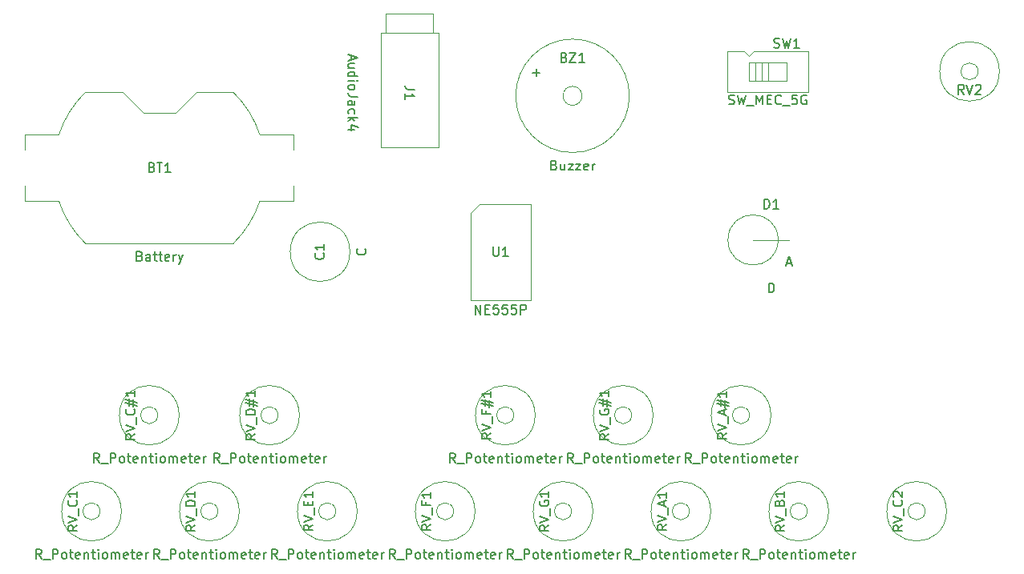
<source format=gbr>
%TF.GenerationSoftware,KiCad,Pcbnew,7.0.10*%
%TF.CreationDate,2024-01-23T22:09:57+01:00*%
%TF.ProjectId,stylophone,7374796c-6f70-4686-9f6e-652e6b696361,rev?*%
%TF.SameCoordinates,Original*%
%TF.FileFunction,AssemblyDrawing,Top*%
%FSLAX46Y46*%
G04 Gerber Fmt 4.6, Leading zero omitted, Abs format (unit mm)*
G04 Created by KiCad (PCBNEW 7.0.10) date 2024-01-23 22:09:57*
%MOMM*%
%LPD*%
G01*
G04 APERTURE LIST*
%ADD10C,0.150000*%
%ADD11C,0.100000*%
G04 APERTURE END LIST*
D10*
X78788284Y-81976819D02*
X78454951Y-81500628D01*
X78216856Y-81976819D02*
X78216856Y-80976819D01*
X78216856Y-80976819D02*
X78597808Y-80976819D01*
X78597808Y-80976819D02*
X78693046Y-81024438D01*
X78693046Y-81024438D02*
X78740665Y-81072057D01*
X78740665Y-81072057D02*
X78788284Y-81167295D01*
X78788284Y-81167295D02*
X78788284Y-81310152D01*
X78788284Y-81310152D02*
X78740665Y-81405390D01*
X78740665Y-81405390D02*
X78693046Y-81453009D01*
X78693046Y-81453009D02*
X78597808Y-81500628D01*
X78597808Y-81500628D02*
X78216856Y-81500628D01*
X78978761Y-82072057D02*
X79740665Y-82072057D01*
X79978761Y-81976819D02*
X79978761Y-80976819D01*
X79978761Y-80976819D02*
X80359713Y-80976819D01*
X80359713Y-80976819D02*
X80454951Y-81024438D01*
X80454951Y-81024438D02*
X80502570Y-81072057D01*
X80502570Y-81072057D02*
X80550189Y-81167295D01*
X80550189Y-81167295D02*
X80550189Y-81310152D01*
X80550189Y-81310152D02*
X80502570Y-81405390D01*
X80502570Y-81405390D02*
X80454951Y-81453009D01*
X80454951Y-81453009D02*
X80359713Y-81500628D01*
X80359713Y-81500628D02*
X79978761Y-81500628D01*
X81121618Y-81976819D02*
X81026380Y-81929200D01*
X81026380Y-81929200D02*
X80978761Y-81881580D01*
X80978761Y-81881580D02*
X80931142Y-81786342D01*
X80931142Y-81786342D02*
X80931142Y-81500628D01*
X80931142Y-81500628D02*
X80978761Y-81405390D01*
X80978761Y-81405390D02*
X81026380Y-81357771D01*
X81026380Y-81357771D02*
X81121618Y-81310152D01*
X81121618Y-81310152D02*
X81264475Y-81310152D01*
X81264475Y-81310152D02*
X81359713Y-81357771D01*
X81359713Y-81357771D02*
X81407332Y-81405390D01*
X81407332Y-81405390D02*
X81454951Y-81500628D01*
X81454951Y-81500628D02*
X81454951Y-81786342D01*
X81454951Y-81786342D02*
X81407332Y-81881580D01*
X81407332Y-81881580D02*
X81359713Y-81929200D01*
X81359713Y-81929200D02*
X81264475Y-81976819D01*
X81264475Y-81976819D02*
X81121618Y-81976819D01*
X81740666Y-81310152D02*
X82121618Y-81310152D01*
X81883523Y-80976819D02*
X81883523Y-81833961D01*
X81883523Y-81833961D02*
X81931142Y-81929200D01*
X81931142Y-81929200D02*
X82026380Y-81976819D01*
X82026380Y-81976819D02*
X82121618Y-81976819D01*
X82835904Y-81929200D02*
X82740666Y-81976819D01*
X82740666Y-81976819D02*
X82550190Y-81976819D01*
X82550190Y-81976819D02*
X82454952Y-81929200D01*
X82454952Y-81929200D02*
X82407333Y-81833961D01*
X82407333Y-81833961D02*
X82407333Y-81453009D01*
X82407333Y-81453009D02*
X82454952Y-81357771D01*
X82454952Y-81357771D02*
X82550190Y-81310152D01*
X82550190Y-81310152D02*
X82740666Y-81310152D01*
X82740666Y-81310152D02*
X82835904Y-81357771D01*
X82835904Y-81357771D02*
X82883523Y-81453009D01*
X82883523Y-81453009D02*
X82883523Y-81548247D01*
X82883523Y-81548247D02*
X82407333Y-81643485D01*
X83312095Y-81310152D02*
X83312095Y-81976819D01*
X83312095Y-81405390D02*
X83359714Y-81357771D01*
X83359714Y-81357771D02*
X83454952Y-81310152D01*
X83454952Y-81310152D02*
X83597809Y-81310152D01*
X83597809Y-81310152D02*
X83693047Y-81357771D01*
X83693047Y-81357771D02*
X83740666Y-81453009D01*
X83740666Y-81453009D02*
X83740666Y-81976819D01*
X84074000Y-81310152D02*
X84454952Y-81310152D01*
X84216857Y-80976819D02*
X84216857Y-81833961D01*
X84216857Y-81833961D02*
X84264476Y-81929200D01*
X84264476Y-81929200D02*
X84359714Y-81976819D01*
X84359714Y-81976819D02*
X84454952Y-81976819D01*
X84788286Y-81976819D02*
X84788286Y-81310152D01*
X84788286Y-80976819D02*
X84740667Y-81024438D01*
X84740667Y-81024438D02*
X84788286Y-81072057D01*
X84788286Y-81072057D02*
X84835905Y-81024438D01*
X84835905Y-81024438D02*
X84788286Y-80976819D01*
X84788286Y-80976819D02*
X84788286Y-81072057D01*
X85407333Y-81976819D02*
X85312095Y-81929200D01*
X85312095Y-81929200D02*
X85264476Y-81881580D01*
X85264476Y-81881580D02*
X85216857Y-81786342D01*
X85216857Y-81786342D02*
X85216857Y-81500628D01*
X85216857Y-81500628D02*
X85264476Y-81405390D01*
X85264476Y-81405390D02*
X85312095Y-81357771D01*
X85312095Y-81357771D02*
X85407333Y-81310152D01*
X85407333Y-81310152D02*
X85550190Y-81310152D01*
X85550190Y-81310152D02*
X85645428Y-81357771D01*
X85645428Y-81357771D02*
X85693047Y-81405390D01*
X85693047Y-81405390D02*
X85740666Y-81500628D01*
X85740666Y-81500628D02*
X85740666Y-81786342D01*
X85740666Y-81786342D02*
X85693047Y-81881580D01*
X85693047Y-81881580D02*
X85645428Y-81929200D01*
X85645428Y-81929200D02*
X85550190Y-81976819D01*
X85550190Y-81976819D02*
X85407333Y-81976819D01*
X86169238Y-81976819D02*
X86169238Y-81310152D01*
X86169238Y-81405390D02*
X86216857Y-81357771D01*
X86216857Y-81357771D02*
X86312095Y-81310152D01*
X86312095Y-81310152D02*
X86454952Y-81310152D01*
X86454952Y-81310152D02*
X86550190Y-81357771D01*
X86550190Y-81357771D02*
X86597809Y-81453009D01*
X86597809Y-81453009D02*
X86597809Y-81976819D01*
X86597809Y-81453009D02*
X86645428Y-81357771D01*
X86645428Y-81357771D02*
X86740666Y-81310152D01*
X86740666Y-81310152D02*
X86883523Y-81310152D01*
X86883523Y-81310152D02*
X86978762Y-81357771D01*
X86978762Y-81357771D02*
X87026381Y-81453009D01*
X87026381Y-81453009D02*
X87026381Y-81976819D01*
X87883523Y-81929200D02*
X87788285Y-81976819D01*
X87788285Y-81976819D02*
X87597809Y-81976819D01*
X87597809Y-81976819D02*
X87502571Y-81929200D01*
X87502571Y-81929200D02*
X87454952Y-81833961D01*
X87454952Y-81833961D02*
X87454952Y-81453009D01*
X87454952Y-81453009D02*
X87502571Y-81357771D01*
X87502571Y-81357771D02*
X87597809Y-81310152D01*
X87597809Y-81310152D02*
X87788285Y-81310152D01*
X87788285Y-81310152D02*
X87883523Y-81357771D01*
X87883523Y-81357771D02*
X87931142Y-81453009D01*
X87931142Y-81453009D02*
X87931142Y-81548247D01*
X87931142Y-81548247D02*
X87454952Y-81643485D01*
X88216857Y-81310152D02*
X88597809Y-81310152D01*
X88359714Y-80976819D02*
X88359714Y-81833961D01*
X88359714Y-81833961D02*
X88407333Y-81929200D01*
X88407333Y-81929200D02*
X88502571Y-81976819D01*
X88502571Y-81976819D02*
X88597809Y-81976819D01*
X89312095Y-81929200D02*
X89216857Y-81976819D01*
X89216857Y-81976819D02*
X89026381Y-81976819D01*
X89026381Y-81976819D02*
X88931143Y-81929200D01*
X88931143Y-81929200D02*
X88883524Y-81833961D01*
X88883524Y-81833961D02*
X88883524Y-81453009D01*
X88883524Y-81453009D02*
X88931143Y-81357771D01*
X88931143Y-81357771D02*
X89026381Y-81310152D01*
X89026381Y-81310152D02*
X89216857Y-81310152D01*
X89216857Y-81310152D02*
X89312095Y-81357771D01*
X89312095Y-81357771D02*
X89359714Y-81453009D01*
X89359714Y-81453009D02*
X89359714Y-81548247D01*
X89359714Y-81548247D02*
X88883524Y-81643485D01*
X89788286Y-81976819D02*
X89788286Y-81310152D01*
X89788286Y-81500628D02*
X89835905Y-81405390D01*
X89835905Y-81405390D02*
X89883524Y-81357771D01*
X89883524Y-81357771D02*
X89978762Y-81310152D01*
X89978762Y-81310152D02*
X90074000Y-81310152D01*
X82578819Y-78438190D02*
X82102628Y-78771523D01*
X82578819Y-79009618D02*
X81578819Y-79009618D01*
X81578819Y-79009618D02*
X81578819Y-78628666D01*
X81578819Y-78628666D02*
X81626438Y-78533428D01*
X81626438Y-78533428D02*
X81674057Y-78485809D01*
X81674057Y-78485809D02*
X81769295Y-78438190D01*
X81769295Y-78438190D02*
X81912152Y-78438190D01*
X81912152Y-78438190D02*
X82007390Y-78485809D01*
X82007390Y-78485809D02*
X82055009Y-78533428D01*
X82055009Y-78533428D02*
X82102628Y-78628666D01*
X82102628Y-78628666D02*
X82102628Y-79009618D01*
X81578819Y-78152475D02*
X82578819Y-77819142D01*
X82578819Y-77819142D02*
X81578819Y-77485809D01*
X82674057Y-77390571D02*
X82674057Y-76628666D01*
X81626438Y-75866761D02*
X81578819Y-75961999D01*
X81578819Y-75961999D02*
X81578819Y-76104856D01*
X81578819Y-76104856D02*
X81626438Y-76247713D01*
X81626438Y-76247713D02*
X81721676Y-76342951D01*
X81721676Y-76342951D02*
X81816914Y-76390570D01*
X81816914Y-76390570D02*
X82007390Y-76438189D01*
X82007390Y-76438189D02*
X82150247Y-76438189D01*
X82150247Y-76438189D02*
X82340723Y-76390570D01*
X82340723Y-76390570D02*
X82435961Y-76342951D01*
X82435961Y-76342951D02*
X82531200Y-76247713D01*
X82531200Y-76247713D02*
X82578819Y-76104856D01*
X82578819Y-76104856D02*
X82578819Y-76009618D01*
X82578819Y-76009618D02*
X82531200Y-75866761D01*
X82531200Y-75866761D02*
X82483580Y-75819142D01*
X82483580Y-75819142D02*
X82150247Y-75819142D01*
X82150247Y-75819142D02*
X82150247Y-76009618D01*
X82578819Y-74866761D02*
X82578819Y-75438189D01*
X82578819Y-75152475D02*
X81578819Y-75152475D01*
X81578819Y-75152475D02*
X81721676Y-75247713D01*
X81721676Y-75247713D02*
X81816914Y-75342951D01*
X81816914Y-75342951D02*
X81864533Y-75438189D01*
X85138284Y-71816819D02*
X84804951Y-71340628D01*
X84566856Y-71816819D02*
X84566856Y-70816819D01*
X84566856Y-70816819D02*
X84947808Y-70816819D01*
X84947808Y-70816819D02*
X85043046Y-70864438D01*
X85043046Y-70864438D02*
X85090665Y-70912057D01*
X85090665Y-70912057D02*
X85138284Y-71007295D01*
X85138284Y-71007295D02*
X85138284Y-71150152D01*
X85138284Y-71150152D02*
X85090665Y-71245390D01*
X85090665Y-71245390D02*
X85043046Y-71293009D01*
X85043046Y-71293009D02*
X84947808Y-71340628D01*
X84947808Y-71340628D02*
X84566856Y-71340628D01*
X85328761Y-71912057D02*
X86090665Y-71912057D01*
X86328761Y-71816819D02*
X86328761Y-70816819D01*
X86328761Y-70816819D02*
X86709713Y-70816819D01*
X86709713Y-70816819D02*
X86804951Y-70864438D01*
X86804951Y-70864438D02*
X86852570Y-70912057D01*
X86852570Y-70912057D02*
X86900189Y-71007295D01*
X86900189Y-71007295D02*
X86900189Y-71150152D01*
X86900189Y-71150152D02*
X86852570Y-71245390D01*
X86852570Y-71245390D02*
X86804951Y-71293009D01*
X86804951Y-71293009D02*
X86709713Y-71340628D01*
X86709713Y-71340628D02*
X86328761Y-71340628D01*
X87471618Y-71816819D02*
X87376380Y-71769200D01*
X87376380Y-71769200D02*
X87328761Y-71721580D01*
X87328761Y-71721580D02*
X87281142Y-71626342D01*
X87281142Y-71626342D02*
X87281142Y-71340628D01*
X87281142Y-71340628D02*
X87328761Y-71245390D01*
X87328761Y-71245390D02*
X87376380Y-71197771D01*
X87376380Y-71197771D02*
X87471618Y-71150152D01*
X87471618Y-71150152D02*
X87614475Y-71150152D01*
X87614475Y-71150152D02*
X87709713Y-71197771D01*
X87709713Y-71197771D02*
X87757332Y-71245390D01*
X87757332Y-71245390D02*
X87804951Y-71340628D01*
X87804951Y-71340628D02*
X87804951Y-71626342D01*
X87804951Y-71626342D02*
X87757332Y-71721580D01*
X87757332Y-71721580D02*
X87709713Y-71769200D01*
X87709713Y-71769200D02*
X87614475Y-71816819D01*
X87614475Y-71816819D02*
X87471618Y-71816819D01*
X88090666Y-71150152D02*
X88471618Y-71150152D01*
X88233523Y-70816819D02*
X88233523Y-71673961D01*
X88233523Y-71673961D02*
X88281142Y-71769200D01*
X88281142Y-71769200D02*
X88376380Y-71816819D01*
X88376380Y-71816819D02*
X88471618Y-71816819D01*
X89185904Y-71769200D02*
X89090666Y-71816819D01*
X89090666Y-71816819D02*
X88900190Y-71816819D01*
X88900190Y-71816819D02*
X88804952Y-71769200D01*
X88804952Y-71769200D02*
X88757333Y-71673961D01*
X88757333Y-71673961D02*
X88757333Y-71293009D01*
X88757333Y-71293009D02*
X88804952Y-71197771D01*
X88804952Y-71197771D02*
X88900190Y-71150152D01*
X88900190Y-71150152D02*
X89090666Y-71150152D01*
X89090666Y-71150152D02*
X89185904Y-71197771D01*
X89185904Y-71197771D02*
X89233523Y-71293009D01*
X89233523Y-71293009D02*
X89233523Y-71388247D01*
X89233523Y-71388247D02*
X88757333Y-71483485D01*
X89662095Y-71150152D02*
X89662095Y-71816819D01*
X89662095Y-71245390D02*
X89709714Y-71197771D01*
X89709714Y-71197771D02*
X89804952Y-71150152D01*
X89804952Y-71150152D02*
X89947809Y-71150152D01*
X89947809Y-71150152D02*
X90043047Y-71197771D01*
X90043047Y-71197771D02*
X90090666Y-71293009D01*
X90090666Y-71293009D02*
X90090666Y-71816819D01*
X90424000Y-71150152D02*
X90804952Y-71150152D01*
X90566857Y-70816819D02*
X90566857Y-71673961D01*
X90566857Y-71673961D02*
X90614476Y-71769200D01*
X90614476Y-71769200D02*
X90709714Y-71816819D01*
X90709714Y-71816819D02*
X90804952Y-71816819D01*
X91138286Y-71816819D02*
X91138286Y-71150152D01*
X91138286Y-70816819D02*
X91090667Y-70864438D01*
X91090667Y-70864438D02*
X91138286Y-70912057D01*
X91138286Y-70912057D02*
X91185905Y-70864438D01*
X91185905Y-70864438D02*
X91138286Y-70816819D01*
X91138286Y-70816819D02*
X91138286Y-70912057D01*
X91757333Y-71816819D02*
X91662095Y-71769200D01*
X91662095Y-71769200D02*
X91614476Y-71721580D01*
X91614476Y-71721580D02*
X91566857Y-71626342D01*
X91566857Y-71626342D02*
X91566857Y-71340628D01*
X91566857Y-71340628D02*
X91614476Y-71245390D01*
X91614476Y-71245390D02*
X91662095Y-71197771D01*
X91662095Y-71197771D02*
X91757333Y-71150152D01*
X91757333Y-71150152D02*
X91900190Y-71150152D01*
X91900190Y-71150152D02*
X91995428Y-71197771D01*
X91995428Y-71197771D02*
X92043047Y-71245390D01*
X92043047Y-71245390D02*
X92090666Y-71340628D01*
X92090666Y-71340628D02*
X92090666Y-71626342D01*
X92090666Y-71626342D02*
X92043047Y-71721580D01*
X92043047Y-71721580D02*
X91995428Y-71769200D01*
X91995428Y-71769200D02*
X91900190Y-71816819D01*
X91900190Y-71816819D02*
X91757333Y-71816819D01*
X92519238Y-71816819D02*
X92519238Y-71150152D01*
X92519238Y-71245390D02*
X92566857Y-71197771D01*
X92566857Y-71197771D02*
X92662095Y-71150152D01*
X92662095Y-71150152D02*
X92804952Y-71150152D01*
X92804952Y-71150152D02*
X92900190Y-71197771D01*
X92900190Y-71197771D02*
X92947809Y-71293009D01*
X92947809Y-71293009D02*
X92947809Y-71816819D01*
X92947809Y-71293009D02*
X92995428Y-71197771D01*
X92995428Y-71197771D02*
X93090666Y-71150152D01*
X93090666Y-71150152D02*
X93233523Y-71150152D01*
X93233523Y-71150152D02*
X93328762Y-71197771D01*
X93328762Y-71197771D02*
X93376381Y-71293009D01*
X93376381Y-71293009D02*
X93376381Y-71816819D01*
X94233523Y-71769200D02*
X94138285Y-71816819D01*
X94138285Y-71816819D02*
X93947809Y-71816819D01*
X93947809Y-71816819D02*
X93852571Y-71769200D01*
X93852571Y-71769200D02*
X93804952Y-71673961D01*
X93804952Y-71673961D02*
X93804952Y-71293009D01*
X93804952Y-71293009D02*
X93852571Y-71197771D01*
X93852571Y-71197771D02*
X93947809Y-71150152D01*
X93947809Y-71150152D02*
X94138285Y-71150152D01*
X94138285Y-71150152D02*
X94233523Y-71197771D01*
X94233523Y-71197771D02*
X94281142Y-71293009D01*
X94281142Y-71293009D02*
X94281142Y-71388247D01*
X94281142Y-71388247D02*
X93804952Y-71483485D01*
X94566857Y-71150152D02*
X94947809Y-71150152D01*
X94709714Y-70816819D02*
X94709714Y-71673961D01*
X94709714Y-71673961D02*
X94757333Y-71769200D01*
X94757333Y-71769200D02*
X94852571Y-71816819D01*
X94852571Y-71816819D02*
X94947809Y-71816819D01*
X95662095Y-71769200D02*
X95566857Y-71816819D01*
X95566857Y-71816819D02*
X95376381Y-71816819D01*
X95376381Y-71816819D02*
X95281143Y-71769200D01*
X95281143Y-71769200D02*
X95233524Y-71673961D01*
X95233524Y-71673961D02*
X95233524Y-71293009D01*
X95233524Y-71293009D02*
X95281143Y-71197771D01*
X95281143Y-71197771D02*
X95376381Y-71150152D01*
X95376381Y-71150152D02*
X95566857Y-71150152D01*
X95566857Y-71150152D02*
X95662095Y-71197771D01*
X95662095Y-71197771D02*
X95709714Y-71293009D01*
X95709714Y-71293009D02*
X95709714Y-71388247D01*
X95709714Y-71388247D02*
X95233524Y-71483485D01*
X96138286Y-71816819D02*
X96138286Y-71150152D01*
X96138286Y-71340628D02*
X96185905Y-71245390D01*
X96185905Y-71245390D02*
X96233524Y-71197771D01*
X96233524Y-71197771D02*
X96328762Y-71150152D01*
X96328762Y-71150152D02*
X96424000Y-71150152D01*
X88928819Y-68778190D02*
X88452628Y-69111523D01*
X88928819Y-69349618D02*
X87928819Y-69349618D01*
X87928819Y-69349618D02*
X87928819Y-68968666D01*
X87928819Y-68968666D02*
X87976438Y-68873428D01*
X87976438Y-68873428D02*
X88024057Y-68825809D01*
X88024057Y-68825809D02*
X88119295Y-68778190D01*
X88119295Y-68778190D02*
X88262152Y-68778190D01*
X88262152Y-68778190D02*
X88357390Y-68825809D01*
X88357390Y-68825809D02*
X88405009Y-68873428D01*
X88405009Y-68873428D02*
X88452628Y-68968666D01*
X88452628Y-68968666D02*
X88452628Y-69349618D01*
X87928819Y-68492475D02*
X88928819Y-68159142D01*
X88928819Y-68159142D02*
X87928819Y-67825809D01*
X89024057Y-67730571D02*
X89024057Y-66968666D01*
X87976438Y-66206761D02*
X87928819Y-66301999D01*
X87928819Y-66301999D02*
X87928819Y-66444856D01*
X87928819Y-66444856D02*
X87976438Y-66587713D01*
X87976438Y-66587713D02*
X88071676Y-66682951D01*
X88071676Y-66682951D02*
X88166914Y-66730570D01*
X88166914Y-66730570D02*
X88357390Y-66778189D01*
X88357390Y-66778189D02*
X88500247Y-66778189D01*
X88500247Y-66778189D02*
X88690723Y-66730570D01*
X88690723Y-66730570D02*
X88785961Y-66682951D01*
X88785961Y-66682951D02*
X88881200Y-66587713D01*
X88881200Y-66587713D02*
X88928819Y-66444856D01*
X88928819Y-66444856D02*
X88928819Y-66349618D01*
X88928819Y-66349618D02*
X88881200Y-66206761D01*
X88881200Y-66206761D02*
X88833580Y-66159142D01*
X88833580Y-66159142D02*
X88500247Y-66159142D01*
X88500247Y-66159142D02*
X88500247Y-66349618D01*
X88262152Y-65778189D02*
X88262152Y-65063904D01*
X87833580Y-65492475D02*
X89119295Y-65778189D01*
X88690723Y-65159142D02*
X88690723Y-65873427D01*
X89119295Y-65444856D02*
X87833580Y-65159142D01*
X88928819Y-64206761D02*
X88928819Y-64778189D01*
X88928819Y-64492475D02*
X87928819Y-64492475D01*
X87928819Y-64492475D02*
X88071676Y-64587713D01*
X88071676Y-64587713D02*
X88166914Y-64682951D01*
X88166914Y-64682951D02*
X88214533Y-64778189D01*
X66342284Y-81976819D02*
X66008951Y-81500628D01*
X65770856Y-81976819D02*
X65770856Y-80976819D01*
X65770856Y-80976819D02*
X66151808Y-80976819D01*
X66151808Y-80976819D02*
X66247046Y-81024438D01*
X66247046Y-81024438D02*
X66294665Y-81072057D01*
X66294665Y-81072057D02*
X66342284Y-81167295D01*
X66342284Y-81167295D02*
X66342284Y-81310152D01*
X66342284Y-81310152D02*
X66294665Y-81405390D01*
X66294665Y-81405390D02*
X66247046Y-81453009D01*
X66247046Y-81453009D02*
X66151808Y-81500628D01*
X66151808Y-81500628D02*
X65770856Y-81500628D01*
X66532761Y-82072057D02*
X67294665Y-82072057D01*
X67532761Y-81976819D02*
X67532761Y-80976819D01*
X67532761Y-80976819D02*
X67913713Y-80976819D01*
X67913713Y-80976819D02*
X68008951Y-81024438D01*
X68008951Y-81024438D02*
X68056570Y-81072057D01*
X68056570Y-81072057D02*
X68104189Y-81167295D01*
X68104189Y-81167295D02*
X68104189Y-81310152D01*
X68104189Y-81310152D02*
X68056570Y-81405390D01*
X68056570Y-81405390D02*
X68008951Y-81453009D01*
X68008951Y-81453009D02*
X67913713Y-81500628D01*
X67913713Y-81500628D02*
X67532761Y-81500628D01*
X68675618Y-81976819D02*
X68580380Y-81929200D01*
X68580380Y-81929200D02*
X68532761Y-81881580D01*
X68532761Y-81881580D02*
X68485142Y-81786342D01*
X68485142Y-81786342D02*
X68485142Y-81500628D01*
X68485142Y-81500628D02*
X68532761Y-81405390D01*
X68532761Y-81405390D02*
X68580380Y-81357771D01*
X68580380Y-81357771D02*
X68675618Y-81310152D01*
X68675618Y-81310152D02*
X68818475Y-81310152D01*
X68818475Y-81310152D02*
X68913713Y-81357771D01*
X68913713Y-81357771D02*
X68961332Y-81405390D01*
X68961332Y-81405390D02*
X69008951Y-81500628D01*
X69008951Y-81500628D02*
X69008951Y-81786342D01*
X69008951Y-81786342D02*
X68961332Y-81881580D01*
X68961332Y-81881580D02*
X68913713Y-81929200D01*
X68913713Y-81929200D02*
X68818475Y-81976819D01*
X68818475Y-81976819D02*
X68675618Y-81976819D01*
X69294666Y-81310152D02*
X69675618Y-81310152D01*
X69437523Y-80976819D02*
X69437523Y-81833961D01*
X69437523Y-81833961D02*
X69485142Y-81929200D01*
X69485142Y-81929200D02*
X69580380Y-81976819D01*
X69580380Y-81976819D02*
X69675618Y-81976819D01*
X70389904Y-81929200D02*
X70294666Y-81976819D01*
X70294666Y-81976819D02*
X70104190Y-81976819D01*
X70104190Y-81976819D02*
X70008952Y-81929200D01*
X70008952Y-81929200D02*
X69961333Y-81833961D01*
X69961333Y-81833961D02*
X69961333Y-81453009D01*
X69961333Y-81453009D02*
X70008952Y-81357771D01*
X70008952Y-81357771D02*
X70104190Y-81310152D01*
X70104190Y-81310152D02*
X70294666Y-81310152D01*
X70294666Y-81310152D02*
X70389904Y-81357771D01*
X70389904Y-81357771D02*
X70437523Y-81453009D01*
X70437523Y-81453009D02*
X70437523Y-81548247D01*
X70437523Y-81548247D02*
X69961333Y-81643485D01*
X70866095Y-81310152D02*
X70866095Y-81976819D01*
X70866095Y-81405390D02*
X70913714Y-81357771D01*
X70913714Y-81357771D02*
X71008952Y-81310152D01*
X71008952Y-81310152D02*
X71151809Y-81310152D01*
X71151809Y-81310152D02*
X71247047Y-81357771D01*
X71247047Y-81357771D02*
X71294666Y-81453009D01*
X71294666Y-81453009D02*
X71294666Y-81976819D01*
X71628000Y-81310152D02*
X72008952Y-81310152D01*
X71770857Y-80976819D02*
X71770857Y-81833961D01*
X71770857Y-81833961D02*
X71818476Y-81929200D01*
X71818476Y-81929200D02*
X71913714Y-81976819D01*
X71913714Y-81976819D02*
X72008952Y-81976819D01*
X72342286Y-81976819D02*
X72342286Y-81310152D01*
X72342286Y-80976819D02*
X72294667Y-81024438D01*
X72294667Y-81024438D02*
X72342286Y-81072057D01*
X72342286Y-81072057D02*
X72389905Y-81024438D01*
X72389905Y-81024438D02*
X72342286Y-80976819D01*
X72342286Y-80976819D02*
X72342286Y-81072057D01*
X72961333Y-81976819D02*
X72866095Y-81929200D01*
X72866095Y-81929200D02*
X72818476Y-81881580D01*
X72818476Y-81881580D02*
X72770857Y-81786342D01*
X72770857Y-81786342D02*
X72770857Y-81500628D01*
X72770857Y-81500628D02*
X72818476Y-81405390D01*
X72818476Y-81405390D02*
X72866095Y-81357771D01*
X72866095Y-81357771D02*
X72961333Y-81310152D01*
X72961333Y-81310152D02*
X73104190Y-81310152D01*
X73104190Y-81310152D02*
X73199428Y-81357771D01*
X73199428Y-81357771D02*
X73247047Y-81405390D01*
X73247047Y-81405390D02*
X73294666Y-81500628D01*
X73294666Y-81500628D02*
X73294666Y-81786342D01*
X73294666Y-81786342D02*
X73247047Y-81881580D01*
X73247047Y-81881580D02*
X73199428Y-81929200D01*
X73199428Y-81929200D02*
X73104190Y-81976819D01*
X73104190Y-81976819D02*
X72961333Y-81976819D01*
X73723238Y-81976819D02*
X73723238Y-81310152D01*
X73723238Y-81405390D02*
X73770857Y-81357771D01*
X73770857Y-81357771D02*
X73866095Y-81310152D01*
X73866095Y-81310152D02*
X74008952Y-81310152D01*
X74008952Y-81310152D02*
X74104190Y-81357771D01*
X74104190Y-81357771D02*
X74151809Y-81453009D01*
X74151809Y-81453009D02*
X74151809Y-81976819D01*
X74151809Y-81453009D02*
X74199428Y-81357771D01*
X74199428Y-81357771D02*
X74294666Y-81310152D01*
X74294666Y-81310152D02*
X74437523Y-81310152D01*
X74437523Y-81310152D02*
X74532762Y-81357771D01*
X74532762Y-81357771D02*
X74580381Y-81453009D01*
X74580381Y-81453009D02*
X74580381Y-81976819D01*
X75437523Y-81929200D02*
X75342285Y-81976819D01*
X75342285Y-81976819D02*
X75151809Y-81976819D01*
X75151809Y-81976819D02*
X75056571Y-81929200D01*
X75056571Y-81929200D02*
X75008952Y-81833961D01*
X75008952Y-81833961D02*
X75008952Y-81453009D01*
X75008952Y-81453009D02*
X75056571Y-81357771D01*
X75056571Y-81357771D02*
X75151809Y-81310152D01*
X75151809Y-81310152D02*
X75342285Y-81310152D01*
X75342285Y-81310152D02*
X75437523Y-81357771D01*
X75437523Y-81357771D02*
X75485142Y-81453009D01*
X75485142Y-81453009D02*
X75485142Y-81548247D01*
X75485142Y-81548247D02*
X75008952Y-81643485D01*
X75770857Y-81310152D02*
X76151809Y-81310152D01*
X75913714Y-80976819D02*
X75913714Y-81833961D01*
X75913714Y-81833961D02*
X75961333Y-81929200D01*
X75961333Y-81929200D02*
X76056571Y-81976819D01*
X76056571Y-81976819D02*
X76151809Y-81976819D01*
X76866095Y-81929200D02*
X76770857Y-81976819D01*
X76770857Y-81976819D02*
X76580381Y-81976819D01*
X76580381Y-81976819D02*
X76485143Y-81929200D01*
X76485143Y-81929200D02*
X76437524Y-81833961D01*
X76437524Y-81833961D02*
X76437524Y-81453009D01*
X76437524Y-81453009D02*
X76485143Y-81357771D01*
X76485143Y-81357771D02*
X76580381Y-81310152D01*
X76580381Y-81310152D02*
X76770857Y-81310152D01*
X76770857Y-81310152D02*
X76866095Y-81357771D01*
X76866095Y-81357771D02*
X76913714Y-81453009D01*
X76913714Y-81453009D02*
X76913714Y-81548247D01*
X76913714Y-81548247D02*
X76437524Y-81643485D01*
X77342286Y-81976819D02*
X77342286Y-81310152D01*
X77342286Y-81500628D02*
X77389905Y-81405390D01*
X77389905Y-81405390D02*
X77437524Y-81357771D01*
X77437524Y-81357771D02*
X77532762Y-81310152D01*
X77532762Y-81310152D02*
X77628000Y-81310152D01*
X70132819Y-78366762D02*
X69656628Y-78700095D01*
X70132819Y-78938190D02*
X69132819Y-78938190D01*
X69132819Y-78938190D02*
X69132819Y-78557238D01*
X69132819Y-78557238D02*
X69180438Y-78462000D01*
X69180438Y-78462000D02*
X69228057Y-78414381D01*
X69228057Y-78414381D02*
X69323295Y-78366762D01*
X69323295Y-78366762D02*
X69466152Y-78366762D01*
X69466152Y-78366762D02*
X69561390Y-78414381D01*
X69561390Y-78414381D02*
X69609009Y-78462000D01*
X69609009Y-78462000D02*
X69656628Y-78557238D01*
X69656628Y-78557238D02*
X69656628Y-78938190D01*
X69132819Y-78081047D02*
X70132819Y-77747714D01*
X70132819Y-77747714D02*
X69132819Y-77414381D01*
X70228057Y-77319143D02*
X70228057Y-76557238D01*
X69609009Y-75985809D02*
X69609009Y-76319142D01*
X70132819Y-76319142D02*
X69132819Y-76319142D01*
X69132819Y-76319142D02*
X69132819Y-75842952D01*
X70132819Y-74938190D02*
X70132819Y-75509618D01*
X70132819Y-75223904D02*
X69132819Y-75223904D01*
X69132819Y-75223904D02*
X69275676Y-75319142D01*
X69275676Y-75319142D02*
X69370914Y-75414380D01*
X69370914Y-75414380D02*
X69418533Y-75509618D01*
X72692284Y-71816819D02*
X72358951Y-71340628D01*
X72120856Y-71816819D02*
X72120856Y-70816819D01*
X72120856Y-70816819D02*
X72501808Y-70816819D01*
X72501808Y-70816819D02*
X72597046Y-70864438D01*
X72597046Y-70864438D02*
X72644665Y-70912057D01*
X72644665Y-70912057D02*
X72692284Y-71007295D01*
X72692284Y-71007295D02*
X72692284Y-71150152D01*
X72692284Y-71150152D02*
X72644665Y-71245390D01*
X72644665Y-71245390D02*
X72597046Y-71293009D01*
X72597046Y-71293009D02*
X72501808Y-71340628D01*
X72501808Y-71340628D02*
X72120856Y-71340628D01*
X72882761Y-71912057D02*
X73644665Y-71912057D01*
X73882761Y-71816819D02*
X73882761Y-70816819D01*
X73882761Y-70816819D02*
X74263713Y-70816819D01*
X74263713Y-70816819D02*
X74358951Y-70864438D01*
X74358951Y-70864438D02*
X74406570Y-70912057D01*
X74406570Y-70912057D02*
X74454189Y-71007295D01*
X74454189Y-71007295D02*
X74454189Y-71150152D01*
X74454189Y-71150152D02*
X74406570Y-71245390D01*
X74406570Y-71245390D02*
X74358951Y-71293009D01*
X74358951Y-71293009D02*
X74263713Y-71340628D01*
X74263713Y-71340628D02*
X73882761Y-71340628D01*
X75025618Y-71816819D02*
X74930380Y-71769200D01*
X74930380Y-71769200D02*
X74882761Y-71721580D01*
X74882761Y-71721580D02*
X74835142Y-71626342D01*
X74835142Y-71626342D02*
X74835142Y-71340628D01*
X74835142Y-71340628D02*
X74882761Y-71245390D01*
X74882761Y-71245390D02*
X74930380Y-71197771D01*
X74930380Y-71197771D02*
X75025618Y-71150152D01*
X75025618Y-71150152D02*
X75168475Y-71150152D01*
X75168475Y-71150152D02*
X75263713Y-71197771D01*
X75263713Y-71197771D02*
X75311332Y-71245390D01*
X75311332Y-71245390D02*
X75358951Y-71340628D01*
X75358951Y-71340628D02*
X75358951Y-71626342D01*
X75358951Y-71626342D02*
X75311332Y-71721580D01*
X75311332Y-71721580D02*
X75263713Y-71769200D01*
X75263713Y-71769200D02*
X75168475Y-71816819D01*
X75168475Y-71816819D02*
X75025618Y-71816819D01*
X75644666Y-71150152D02*
X76025618Y-71150152D01*
X75787523Y-70816819D02*
X75787523Y-71673961D01*
X75787523Y-71673961D02*
X75835142Y-71769200D01*
X75835142Y-71769200D02*
X75930380Y-71816819D01*
X75930380Y-71816819D02*
X76025618Y-71816819D01*
X76739904Y-71769200D02*
X76644666Y-71816819D01*
X76644666Y-71816819D02*
X76454190Y-71816819D01*
X76454190Y-71816819D02*
X76358952Y-71769200D01*
X76358952Y-71769200D02*
X76311333Y-71673961D01*
X76311333Y-71673961D02*
X76311333Y-71293009D01*
X76311333Y-71293009D02*
X76358952Y-71197771D01*
X76358952Y-71197771D02*
X76454190Y-71150152D01*
X76454190Y-71150152D02*
X76644666Y-71150152D01*
X76644666Y-71150152D02*
X76739904Y-71197771D01*
X76739904Y-71197771D02*
X76787523Y-71293009D01*
X76787523Y-71293009D02*
X76787523Y-71388247D01*
X76787523Y-71388247D02*
X76311333Y-71483485D01*
X77216095Y-71150152D02*
X77216095Y-71816819D01*
X77216095Y-71245390D02*
X77263714Y-71197771D01*
X77263714Y-71197771D02*
X77358952Y-71150152D01*
X77358952Y-71150152D02*
X77501809Y-71150152D01*
X77501809Y-71150152D02*
X77597047Y-71197771D01*
X77597047Y-71197771D02*
X77644666Y-71293009D01*
X77644666Y-71293009D02*
X77644666Y-71816819D01*
X77978000Y-71150152D02*
X78358952Y-71150152D01*
X78120857Y-70816819D02*
X78120857Y-71673961D01*
X78120857Y-71673961D02*
X78168476Y-71769200D01*
X78168476Y-71769200D02*
X78263714Y-71816819D01*
X78263714Y-71816819D02*
X78358952Y-71816819D01*
X78692286Y-71816819D02*
X78692286Y-71150152D01*
X78692286Y-70816819D02*
X78644667Y-70864438D01*
X78644667Y-70864438D02*
X78692286Y-70912057D01*
X78692286Y-70912057D02*
X78739905Y-70864438D01*
X78739905Y-70864438D02*
X78692286Y-70816819D01*
X78692286Y-70816819D02*
X78692286Y-70912057D01*
X79311333Y-71816819D02*
X79216095Y-71769200D01*
X79216095Y-71769200D02*
X79168476Y-71721580D01*
X79168476Y-71721580D02*
X79120857Y-71626342D01*
X79120857Y-71626342D02*
X79120857Y-71340628D01*
X79120857Y-71340628D02*
X79168476Y-71245390D01*
X79168476Y-71245390D02*
X79216095Y-71197771D01*
X79216095Y-71197771D02*
X79311333Y-71150152D01*
X79311333Y-71150152D02*
X79454190Y-71150152D01*
X79454190Y-71150152D02*
X79549428Y-71197771D01*
X79549428Y-71197771D02*
X79597047Y-71245390D01*
X79597047Y-71245390D02*
X79644666Y-71340628D01*
X79644666Y-71340628D02*
X79644666Y-71626342D01*
X79644666Y-71626342D02*
X79597047Y-71721580D01*
X79597047Y-71721580D02*
X79549428Y-71769200D01*
X79549428Y-71769200D02*
X79454190Y-71816819D01*
X79454190Y-71816819D02*
X79311333Y-71816819D01*
X80073238Y-71816819D02*
X80073238Y-71150152D01*
X80073238Y-71245390D02*
X80120857Y-71197771D01*
X80120857Y-71197771D02*
X80216095Y-71150152D01*
X80216095Y-71150152D02*
X80358952Y-71150152D01*
X80358952Y-71150152D02*
X80454190Y-71197771D01*
X80454190Y-71197771D02*
X80501809Y-71293009D01*
X80501809Y-71293009D02*
X80501809Y-71816819D01*
X80501809Y-71293009D02*
X80549428Y-71197771D01*
X80549428Y-71197771D02*
X80644666Y-71150152D01*
X80644666Y-71150152D02*
X80787523Y-71150152D01*
X80787523Y-71150152D02*
X80882762Y-71197771D01*
X80882762Y-71197771D02*
X80930381Y-71293009D01*
X80930381Y-71293009D02*
X80930381Y-71816819D01*
X81787523Y-71769200D02*
X81692285Y-71816819D01*
X81692285Y-71816819D02*
X81501809Y-71816819D01*
X81501809Y-71816819D02*
X81406571Y-71769200D01*
X81406571Y-71769200D02*
X81358952Y-71673961D01*
X81358952Y-71673961D02*
X81358952Y-71293009D01*
X81358952Y-71293009D02*
X81406571Y-71197771D01*
X81406571Y-71197771D02*
X81501809Y-71150152D01*
X81501809Y-71150152D02*
X81692285Y-71150152D01*
X81692285Y-71150152D02*
X81787523Y-71197771D01*
X81787523Y-71197771D02*
X81835142Y-71293009D01*
X81835142Y-71293009D02*
X81835142Y-71388247D01*
X81835142Y-71388247D02*
X81358952Y-71483485D01*
X82120857Y-71150152D02*
X82501809Y-71150152D01*
X82263714Y-70816819D02*
X82263714Y-71673961D01*
X82263714Y-71673961D02*
X82311333Y-71769200D01*
X82311333Y-71769200D02*
X82406571Y-71816819D01*
X82406571Y-71816819D02*
X82501809Y-71816819D01*
X83216095Y-71769200D02*
X83120857Y-71816819D01*
X83120857Y-71816819D02*
X82930381Y-71816819D01*
X82930381Y-71816819D02*
X82835143Y-71769200D01*
X82835143Y-71769200D02*
X82787524Y-71673961D01*
X82787524Y-71673961D02*
X82787524Y-71293009D01*
X82787524Y-71293009D02*
X82835143Y-71197771D01*
X82835143Y-71197771D02*
X82930381Y-71150152D01*
X82930381Y-71150152D02*
X83120857Y-71150152D01*
X83120857Y-71150152D02*
X83216095Y-71197771D01*
X83216095Y-71197771D02*
X83263714Y-71293009D01*
X83263714Y-71293009D02*
X83263714Y-71388247D01*
X83263714Y-71388247D02*
X82787524Y-71483485D01*
X83692286Y-71816819D02*
X83692286Y-71150152D01*
X83692286Y-71340628D02*
X83739905Y-71245390D01*
X83739905Y-71245390D02*
X83787524Y-71197771D01*
X83787524Y-71197771D02*
X83882762Y-71150152D01*
X83882762Y-71150152D02*
X83978000Y-71150152D01*
X76482819Y-68706762D02*
X76006628Y-69040095D01*
X76482819Y-69278190D02*
X75482819Y-69278190D01*
X75482819Y-69278190D02*
X75482819Y-68897238D01*
X75482819Y-68897238D02*
X75530438Y-68802000D01*
X75530438Y-68802000D02*
X75578057Y-68754381D01*
X75578057Y-68754381D02*
X75673295Y-68706762D01*
X75673295Y-68706762D02*
X75816152Y-68706762D01*
X75816152Y-68706762D02*
X75911390Y-68754381D01*
X75911390Y-68754381D02*
X75959009Y-68802000D01*
X75959009Y-68802000D02*
X76006628Y-68897238D01*
X76006628Y-68897238D02*
X76006628Y-69278190D01*
X75482819Y-68421047D02*
X76482819Y-68087714D01*
X76482819Y-68087714D02*
X75482819Y-67754381D01*
X76578057Y-67659143D02*
X76578057Y-66897238D01*
X75959009Y-66325809D02*
X75959009Y-66659142D01*
X76482819Y-66659142D02*
X75482819Y-66659142D01*
X75482819Y-66659142D02*
X75482819Y-66182952D01*
X75816152Y-65849618D02*
X75816152Y-65135333D01*
X75387580Y-65563904D02*
X76673295Y-65849618D01*
X76244723Y-65230571D02*
X76244723Y-65944856D01*
X76673295Y-65516285D02*
X75387580Y-65230571D01*
X76482819Y-64278190D02*
X76482819Y-64849618D01*
X76482819Y-64563904D02*
X75482819Y-64563904D01*
X75482819Y-64563904D02*
X75625676Y-64659142D01*
X75625676Y-64659142D02*
X75720914Y-64754380D01*
X75720914Y-64754380D02*
X75768533Y-64849618D01*
X53896284Y-81976819D02*
X53562951Y-81500628D01*
X53324856Y-81976819D02*
X53324856Y-80976819D01*
X53324856Y-80976819D02*
X53705808Y-80976819D01*
X53705808Y-80976819D02*
X53801046Y-81024438D01*
X53801046Y-81024438D02*
X53848665Y-81072057D01*
X53848665Y-81072057D02*
X53896284Y-81167295D01*
X53896284Y-81167295D02*
X53896284Y-81310152D01*
X53896284Y-81310152D02*
X53848665Y-81405390D01*
X53848665Y-81405390D02*
X53801046Y-81453009D01*
X53801046Y-81453009D02*
X53705808Y-81500628D01*
X53705808Y-81500628D02*
X53324856Y-81500628D01*
X54086761Y-82072057D02*
X54848665Y-82072057D01*
X55086761Y-81976819D02*
X55086761Y-80976819D01*
X55086761Y-80976819D02*
X55467713Y-80976819D01*
X55467713Y-80976819D02*
X55562951Y-81024438D01*
X55562951Y-81024438D02*
X55610570Y-81072057D01*
X55610570Y-81072057D02*
X55658189Y-81167295D01*
X55658189Y-81167295D02*
X55658189Y-81310152D01*
X55658189Y-81310152D02*
X55610570Y-81405390D01*
X55610570Y-81405390D02*
X55562951Y-81453009D01*
X55562951Y-81453009D02*
X55467713Y-81500628D01*
X55467713Y-81500628D02*
X55086761Y-81500628D01*
X56229618Y-81976819D02*
X56134380Y-81929200D01*
X56134380Y-81929200D02*
X56086761Y-81881580D01*
X56086761Y-81881580D02*
X56039142Y-81786342D01*
X56039142Y-81786342D02*
X56039142Y-81500628D01*
X56039142Y-81500628D02*
X56086761Y-81405390D01*
X56086761Y-81405390D02*
X56134380Y-81357771D01*
X56134380Y-81357771D02*
X56229618Y-81310152D01*
X56229618Y-81310152D02*
X56372475Y-81310152D01*
X56372475Y-81310152D02*
X56467713Y-81357771D01*
X56467713Y-81357771D02*
X56515332Y-81405390D01*
X56515332Y-81405390D02*
X56562951Y-81500628D01*
X56562951Y-81500628D02*
X56562951Y-81786342D01*
X56562951Y-81786342D02*
X56515332Y-81881580D01*
X56515332Y-81881580D02*
X56467713Y-81929200D01*
X56467713Y-81929200D02*
X56372475Y-81976819D01*
X56372475Y-81976819D02*
X56229618Y-81976819D01*
X56848666Y-81310152D02*
X57229618Y-81310152D01*
X56991523Y-80976819D02*
X56991523Y-81833961D01*
X56991523Y-81833961D02*
X57039142Y-81929200D01*
X57039142Y-81929200D02*
X57134380Y-81976819D01*
X57134380Y-81976819D02*
X57229618Y-81976819D01*
X57943904Y-81929200D02*
X57848666Y-81976819D01*
X57848666Y-81976819D02*
X57658190Y-81976819D01*
X57658190Y-81976819D02*
X57562952Y-81929200D01*
X57562952Y-81929200D02*
X57515333Y-81833961D01*
X57515333Y-81833961D02*
X57515333Y-81453009D01*
X57515333Y-81453009D02*
X57562952Y-81357771D01*
X57562952Y-81357771D02*
X57658190Y-81310152D01*
X57658190Y-81310152D02*
X57848666Y-81310152D01*
X57848666Y-81310152D02*
X57943904Y-81357771D01*
X57943904Y-81357771D02*
X57991523Y-81453009D01*
X57991523Y-81453009D02*
X57991523Y-81548247D01*
X57991523Y-81548247D02*
X57515333Y-81643485D01*
X58420095Y-81310152D02*
X58420095Y-81976819D01*
X58420095Y-81405390D02*
X58467714Y-81357771D01*
X58467714Y-81357771D02*
X58562952Y-81310152D01*
X58562952Y-81310152D02*
X58705809Y-81310152D01*
X58705809Y-81310152D02*
X58801047Y-81357771D01*
X58801047Y-81357771D02*
X58848666Y-81453009D01*
X58848666Y-81453009D02*
X58848666Y-81976819D01*
X59182000Y-81310152D02*
X59562952Y-81310152D01*
X59324857Y-80976819D02*
X59324857Y-81833961D01*
X59324857Y-81833961D02*
X59372476Y-81929200D01*
X59372476Y-81929200D02*
X59467714Y-81976819D01*
X59467714Y-81976819D02*
X59562952Y-81976819D01*
X59896286Y-81976819D02*
X59896286Y-81310152D01*
X59896286Y-80976819D02*
X59848667Y-81024438D01*
X59848667Y-81024438D02*
X59896286Y-81072057D01*
X59896286Y-81072057D02*
X59943905Y-81024438D01*
X59943905Y-81024438D02*
X59896286Y-80976819D01*
X59896286Y-80976819D02*
X59896286Y-81072057D01*
X60515333Y-81976819D02*
X60420095Y-81929200D01*
X60420095Y-81929200D02*
X60372476Y-81881580D01*
X60372476Y-81881580D02*
X60324857Y-81786342D01*
X60324857Y-81786342D02*
X60324857Y-81500628D01*
X60324857Y-81500628D02*
X60372476Y-81405390D01*
X60372476Y-81405390D02*
X60420095Y-81357771D01*
X60420095Y-81357771D02*
X60515333Y-81310152D01*
X60515333Y-81310152D02*
X60658190Y-81310152D01*
X60658190Y-81310152D02*
X60753428Y-81357771D01*
X60753428Y-81357771D02*
X60801047Y-81405390D01*
X60801047Y-81405390D02*
X60848666Y-81500628D01*
X60848666Y-81500628D02*
X60848666Y-81786342D01*
X60848666Y-81786342D02*
X60801047Y-81881580D01*
X60801047Y-81881580D02*
X60753428Y-81929200D01*
X60753428Y-81929200D02*
X60658190Y-81976819D01*
X60658190Y-81976819D02*
X60515333Y-81976819D01*
X61277238Y-81976819D02*
X61277238Y-81310152D01*
X61277238Y-81405390D02*
X61324857Y-81357771D01*
X61324857Y-81357771D02*
X61420095Y-81310152D01*
X61420095Y-81310152D02*
X61562952Y-81310152D01*
X61562952Y-81310152D02*
X61658190Y-81357771D01*
X61658190Y-81357771D02*
X61705809Y-81453009D01*
X61705809Y-81453009D02*
X61705809Y-81976819D01*
X61705809Y-81453009D02*
X61753428Y-81357771D01*
X61753428Y-81357771D02*
X61848666Y-81310152D01*
X61848666Y-81310152D02*
X61991523Y-81310152D01*
X61991523Y-81310152D02*
X62086762Y-81357771D01*
X62086762Y-81357771D02*
X62134381Y-81453009D01*
X62134381Y-81453009D02*
X62134381Y-81976819D01*
X62991523Y-81929200D02*
X62896285Y-81976819D01*
X62896285Y-81976819D02*
X62705809Y-81976819D01*
X62705809Y-81976819D02*
X62610571Y-81929200D01*
X62610571Y-81929200D02*
X62562952Y-81833961D01*
X62562952Y-81833961D02*
X62562952Y-81453009D01*
X62562952Y-81453009D02*
X62610571Y-81357771D01*
X62610571Y-81357771D02*
X62705809Y-81310152D01*
X62705809Y-81310152D02*
X62896285Y-81310152D01*
X62896285Y-81310152D02*
X62991523Y-81357771D01*
X62991523Y-81357771D02*
X63039142Y-81453009D01*
X63039142Y-81453009D02*
X63039142Y-81548247D01*
X63039142Y-81548247D02*
X62562952Y-81643485D01*
X63324857Y-81310152D02*
X63705809Y-81310152D01*
X63467714Y-80976819D02*
X63467714Y-81833961D01*
X63467714Y-81833961D02*
X63515333Y-81929200D01*
X63515333Y-81929200D02*
X63610571Y-81976819D01*
X63610571Y-81976819D02*
X63705809Y-81976819D01*
X64420095Y-81929200D02*
X64324857Y-81976819D01*
X64324857Y-81976819D02*
X64134381Y-81976819D01*
X64134381Y-81976819D02*
X64039143Y-81929200D01*
X64039143Y-81929200D02*
X63991524Y-81833961D01*
X63991524Y-81833961D02*
X63991524Y-81453009D01*
X63991524Y-81453009D02*
X64039143Y-81357771D01*
X64039143Y-81357771D02*
X64134381Y-81310152D01*
X64134381Y-81310152D02*
X64324857Y-81310152D01*
X64324857Y-81310152D02*
X64420095Y-81357771D01*
X64420095Y-81357771D02*
X64467714Y-81453009D01*
X64467714Y-81453009D02*
X64467714Y-81548247D01*
X64467714Y-81548247D02*
X63991524Y-81643485D01*
X64896286Y-81976819D02*
X64896286Y-81310152D01*
X64896286Y-81500628D02*
X64943905Y-81405390D01*
X64943905Y-81405390D02*
X64991524Y-81357771D01*
X64991524Y-81357771D02*
X65086762Y-81310152D01*
X65086762Y-81310152D02*
X65182000Y-81310152D01*
X57686819Y-78390571D02*
X57210628Y-78723904D01*
X57686819Y-78961999D02*
X56686819Y-78961999D01*
X56686819Y-78961999D02*
X56686819Y-78581047D01*
X56686819Y-78581047D02*
X56734438Y-78485809D01*
X56734438Y-78485809D02*
X56782057Y-78438190D01*
X56782057Y-78438190D02*
X56877295Y-78390571D01*
X56877295Y-78390571D02*
X57020152Y-78390571D01*
X57020152Y-78390571D02*
X57115390Y-78438190D01*
X57115390Y-78438190D02*
X57163009Y-78485809D01*
X57163009Y-78485809D02*
X57210628Y-78581047D01*
X57210628Y-78581047D02*
X57210628Y-78961999D01*
X56686819Y-78104856D02*
X57686819Y-77771523D01*
X57686819Y-77771523D02*
X56686819Y-77438190D01*
X57782057Y-77342952D02*
X57782057Y-76581047D01*
X57163009Y-76342951D02*
X57163009Y-76009618D01*
X57686819Y-75866761D02*
X57686819Y-76342951D01*
X57686819Y-76342951D02*
X56686819Y-76342951D01*
X56686819Y-76342951D02*
X56686819Y-75866761D01*
X57686819Y-74914380D02*
X57686819Y-75485808D01*
X57686819Y-75200094D02*
X56686819Y-75200094D01*
X56686819Y-75200094D02*
X56829676Y-75295332D01*
X56829676Y-75295332D02*
X56924914Y-75390570D01*
X56924914Y-75390570D02*
X56972533Y-75485808D01*
X41450284Y-81976819D02*
X41116951Y-81500628D01*
X40878856Y-81976819D02*
X40878856Y-80976819D01*
X40878856Y-80976819D02*
X41259808Y-80976819D01*
X41259808Y-80976819D02*
X41355046Y-81024438D01*
X41355046Y-81024438D02*
X41402665Y-81072057D01*
X41402665Y-81072057D02*
X41450284Y-81167295D01*
X41450284Y-81167295D02*
X41450284Y-81310152D01*
X41450284Y-81310152D02*
X41402665Y-81405390D01*
X41402665Y-81405390D02*
X41355046Y-81453009D01*
X41355046Y-81453009D02*
X41259808Y-81500628D01*
X41259808Y-81500628D02*
X40878856Y-81500628D01*
X41640761Y-82072057D02*
X42402665Y-82072057D01*
X42640761Y-81976819D02*
X42640761Y-80976819D01*
X42640761Y-80976819D02*
X43021713Y-80976819D01*
X43021713Y-80976819D02*
X43116951Y-81024438D01*
X43116951Y-81024438D02*
X43164570Y-81072057D01*
X43164570Y-81072057D02*
X43212189Y-81167295D01*
X43212189Y-81167295D02*
X43212189Y-81310152D01*
X43212189Y-81310152D02*
X43164570Y-81405390D01*
X43164570Y-81405390D02*
X43116951Y-81453009D01*
X43116951Y-81453009D02*
X43021713Y-81500628D01*
X43021713Y-81500628D02*
X42640761Y-81500628D01*
X43783618Y-81976819D02*
X43688380Y-81929200D01*
X43688380Y-81929200D02*
X43640761Y-81881580D01*
X43640761Y-81881580D02*
X43593142Y-81786342D01*
X43593142Y-81786342D02*
X43593142Y-81500628D01*
X43593142Y-81500628D02*
X43640761Y-81405390D01*
X43640761Y-81405390D02*
X43688380Y-81357771D01*
X43688380Y-81357771D02*
X43783618Y-81310152D01*
X43783618Y-81310152D02*
X43926475Y-81310152D01*
X43926475Y-81310152D02*
X44021713Y-81357771D01*
X44021713Y-81357771D02*
X44069332Y-81405390D01*
X44069332Y-81405390D02*
X44116951Y-81500628D01*
X44116951Y-81500628D02*
X44116951Y-81786342D01*
X44116951Y-81786342D02*
X44069332Y-81881580D01*
X44069332Y-81881580D02*
X44021713Y-81929200D01*
X44021713Y-81929200D02*
X43926475Y-81976819D01*
X43926475Y-81976819D02*
X43783618Y-81976819D01*
X44402666Y-81310152D02*
X44783618Y-81310152D01*
X44545523Y-80976819D02*
X44545523Y-81833961D01*
X44545523Y-81833961D02*
X44593142Y-81929200D01*
X44593142Y-81929200D02*
X44688380Y-81976819D01*
X44688380Y-81976819D02*
X44783618Y-81976819D01*
X45497904Y-81929200D02*
X45402666Y-81976819D01*
X45402666Y-81976819D02*
X45212190Y-81976819D01*
X45212190Y-81976819D02*
X45116952Y-81929200D01*
X45116952Y-81929200D02*
X45069333Y-81833961D01*
X45069333Y-81833961D02*
X45069333Y-81453009D01*
X45069333Y-81453009D02*
X45116952Y-81357771D01*
X45116952Y-81357771D02*
X45212190Y-81310152D01*
X45212190Y-81310152D02*
X45402666Y-81310152D01*
X45402666Y-81310152D02*
X45497904Y-81357771D01*
X45497904Y-81357771D02*
X45545523Y-81453009D01*
X45545523Y-81453009D02*
X45545523Y-81548247D01*
X45545523Y-81548247D02*
X45069333Y-81643485D01*
X45974095Y-81310152D02*
X45974095Y-81976819D01*
X45974095Y-81405390D02*
X46021714Y-81357771D01*
X46021714Y-81357771D02*
X46116952Y-81310152D01*
X46116952Y-81310152D02*
X46259809Y-81310152D01*
X46259809Y-81310152D02*
X46355047Y-81357771D01*
X46355047Y-81357771D02*
X46402666Y-81453009D01*
X46402666Y-81453009D02*
X46402666Y-81976819D01*
X46736000Y-81310152D02*
X47116952Y-81310152D01*
X46878857Y-80976819D02*
X46878857Y-81833961D01*
X46878857Y-81833961D02*
X46926476Y-81929200D01*
X46926476Y-81929200D02*
X47021714Y-81976819D01*
X47021714Y-81976819D02*
X47116952Y-81976819D01*
X47450286Y-81976819D02*
X47450286Y-81310152D01*
X47450286Y-80976819D02*
X47402667Y-81024438D01*
X47402667Y-81024438D02*
X47450286Y-81072057D01*
X47450286Y-81072057D02*
X47497905Y-81024438D01*
X47497905Y-81024438D02*
X47450286Y-80976819D01*
X47450286Y-80976819D02*
X47450286Y-81072057D01*
X48069333Y-81976819D02*
X47974095Y-81929200D01*
X47974095Y-81929200D02*
X47926476Y-81881580D01*
X47926476Y-81881580D02*
X47878857Y-81786342D01*
X47878857Y-81786342D02*
X47878857Y-81500628D01*
X47878857Y-81500628D02*
X47926476Y-81405390D01*
X47926476Y-81405390D02*
X47974095Y-81357771D01*
X47974095Y-81357771D02*
X48069333Y-81310152D01*
X48069333Y-81310152D02*
X48212190Y-81310152D01*
X48212190Y-81310152D02*
X48307428Y-81357771D01*
X48307428Y-81357771D02*
X48355047Y-81405390D01*
X48355047Y-81405390D02*
X48402666Y-81500628D01*
X48402666Y-81500628D02*
X48402666Y-81786342D01*
X48402666Y-81786342D02*
X48355047Y-81881580D01*
X48355047Y-81881580D02*
X48307428Y-81929200D01*
X48307428Y-81929200D02*
X48212190Y-81976819D01*
X48212190Y-81976819D02*
X48069333Y-81976819D01*
X48831238Y-81976819D02*
X48831238Y-81310152D01*
X48831238Y-81405390D02*
X48878857Y-81357771D01*
X48878857Y-81357771D02*
X48974095Y-81310152D01*
X48974095Y-81310152D02*
X49116952Y-81310152D01*
X49116952Y-81310152D02*
X49212190Y-81357771D01*
X49212190Y-81357771D02*
X49259809Y-81453009D01*
X49259809Y-81453009D02*
X49259809Y-81976819D01*
X49259809Y-81453009D02*
X49307428Y-81357771D01*
X49307428Y-81357771D02*
X49402666Y-81310152D01*
X49402666Y-81310152D02*
X49545523Y-81310152D01*
X49545523Y-81310152D02*
X49640762Y-81357771D01*
X49640762Y-81357771D02*
X49688381Y-81453009D01*
X49688381Y-81453009D02*
X49688381Y-81976819D01*
X50545523Y-81929200D02*
X50450285Y-81976819D01*
X50450285Y-81976819D02*
X50259809Y-81976819D01*
X50259809Y-81976819D02*
X50164571Y-81929200D01*
X50164571Y-81929200D02*
X50116952Y-81833961D01*
X50116952Y-81833961D02*
X50116952Y-81453009D01*
X50116952Y-81453009D02*
X50164571Y-81357771D01*
X50164571Y-81357771D02*
X50259809Y-81310152D01*
X50259809Y-81310152D02*
X50450285Y-81310152D01*
X50450285Y-81310152D02*
X50545523Y-81357771D01*
X50545523Y-81357771D02*
X50593142Y-81453009D01*
X50593142Y-81453009D02*
X50593142Y-81548247D01*
X50593142Y-81548247D02*
X50116952Y-81643485D01*
X50878857Y-81310152D02*
X51259809Y-81310152D01*
X51021714Y-80976819D02*
X51021714Y-81833961D01*
X51021714Y-81833961D02*
X51069333Y-81929200D01*
X51069333Y-81929200D02*
X51164571Y-81976819D01*
X51164571Y-81976819D02*
X51259809Y-81976819D01*
X51974095Y-81929200D02*
X51878857Y-81976819D01*
X51878857Y-81976819D02*
X51688381Y-81976819D01*
X51688381Y-81976819D02*
X51593143Y-81929200D01*
X51593143Y-81929200D02*
X51545524Y-81833961D01*
X51545524Y-81833961D02*
X51545524Y-81453009D01*
X51545524Y-81453009D02*
X51593143Y-81357771D01*
X51593143Y-81357771D02*
X51688381Y-81310152D01*
X51688381Y-81310152D02*
X51878857Y-81310152D01*
X51878857Y-81310152D02*
X51974095Y-81357771D01*
X51974095Y-81357771D02*
X52021714Y-81453009D01*
X52021714Y-81453009D02*
X52021714Y-81548247D01*
X52021714Y-81548247D02*
X51545524Y-81643485D01*
X52450286Y-81976819D02*
X52450286Y-81310152D01*
X52450286Y-81500628D02*
X52497905Y-81405390D01*
X52497905Y-81405390D02*
X52545524Y-81357771D01*
X52545524Y-81357771D02*
X52640762Y-81310152D01*
X52640762Y-81310152D02*
X52736000Y-81310152D01*
X45240819Y-78438190D02*
X44764628Y-78771523D01*
X45240819Y-79009618D02*
X44240819Y-79009618D01*
X44240819Y-79009618D02*
X44240819Y-78628666D01*
X44240819Y-78628666D02*
X44288438Y-78533428D01*
X44288438Y-78533428D02*
X44336057Y-78485809D01*
X44336057Y-78485809D02*
X44431295Y-78438190D01*
X44431295Y-78438190D02*
X44574152Y-78438190D01*
X44574152Y-78438190D02*
X44669390Y-78485809D01*
X44669390Y-78485809D02*
X44717009Y-78533428D01*
X44717009Y-78533428D02*
X44764628Y-78628666D01*
X44764628Y-78628666D02*
X44764628Y-79009618D01*
X44240819Y-78152475D02*
X45240819Y-77819142D01*
X45240819Y-77819142D02*
X44240819Y-77485809D01*
X45336057Y-77390571D02*
X45336057Y-76628666D01*
X45240819Y-76390570D02*
X44240819Y-76390570D01*
X44240819Y-76390570D02*
X44240819Y-76152475D01*
X44240819Y-76152475D02*
X44288438Y-76009618D01*
X44288438Y-76009618D02*
X44383676Y-75914380D01*
X44383676Y-75914380D02*
X44478914Y-75866761D01*
X44478914Y-75866761D02*
X44669390Y-75819142D01*
X44669390Y-75819142D02*
X44812247Y-75819142D01*
X44812247Y-75819142D02*
X45002723Y-75866761D01*
X45002723Y-75866761D02*
X45097961Y-75914380D01*
X45097961Y-75914380D02*
X45193200Y-76009618D01*
X45193200Y-76009618D02*
X45240819Y-76152475D01*
X45240819Y-76152475D02*
X45240819Y-76390570D01*
X45240819Y-74866761D02*
X45240819Y-75438189D01*
X45240819Y-75152475D02*
X44240819Y-75152475D01*
X44240819Y-75152475D02*
X44383676Y-75247713D01*
X44383676Y-75247713D02*
X44478914Y-75342951D01*
X44478914Y-75342951D02*
X44526533Y-75438189D01*
X47800284Y-71816819D02*
X47466951Y-71340628D01*
X47228856Y-71816819D02*
X47228856Y-70816819D01*
X47228856Y-70816819D02*
X47609808Y-70816819D01*
X47609808Y-70816819D02*
X47705046Y-70864438D01*
X47705046Y-70864438D02*
X47752665Y-70912057D01*
X47752665Y-70912057D02*
X47800284Y-71007295D01*
X47800284Y-71007295D02*
X47800284Y-71150152D01*
X47800284Y-71150152D02*
X47752665Y-71245390D01*
X47752665Y-71245390D02*
X47705046Y-71293009D01*
X47705046Y-71293009D02*
X47609808Y-71340628D01*
X47609808Y-71340628D02*
X47228856Y-71340628D01*
X47990761Y-71912057D02*
X48752665Y-71912057D01*
X48990761Y-71816819D02*
X48990761Y-70816819D01*
X48990761Y-70816819D02*
X49371713Y-70816819D01*
X49371713Y-70816819D02*
X49466951Y-70864438D01*
X49466951Y-70864438D02*
X49514570Y-70912057D01*
X49514570Y-70912057D02*
X49562189Y-71007295D01*
X49562189Y-71007295D02*
X49562189Y-71150152D01*
X49562189Y-71150152D02*
X49514570Y-71245390D01*
X49514570Y-71245390D02*
X49466951Y-71293009D01*
X49466951Y-71293009D02*
X49371713Y-71340628D01*
X49371713Y-71340628D02*
X48990761Y-71340628D01*
X50133618Y-71816819D02*
X50038380Y-71769200D01*
X50038380Y-71769200D02*
X49990761Y-71721580D01*
X49990761Y-71721580D02*
X49943142Y-71626342D01*
X49943142Y-71626342D02*
X49943142Y-71340628D01*
X49943142Y-71340628D02*
X49990761Y-71245390D01*
X49990761Y-71245390D02*
X50038380Y-71197771D01*
X50038380Y-71197771D02*
X50133618Y-71150152D01*
X50133618Y-71150152D02*
X50276475Y-71150152D01*
X50276475Y-71150152D02*
X50371713Y-71197771D01*
X50371713Y-71197771D02*
X50419332Y-71245390D01*
X50419332Y-71245390D02*
X50466951Y-71340628D01*
X50466951Y-71340628D02*
X50466951Y-71626342D01*
X50466951Y-71626342D02*
X50419332Y-71721580D01*
X50419332Y-71721580D02*
X50371713Y-71769200D01*
X50371713Y-71769200D02*
X50276475Y-71816819D01*
X50276475Y-71816819D02*
X50133618Y-71816819D01*
X50752666Y-71150152D02*
X51133618Y-71150152D01*
X50895523Y-70816819D02*
X50895523Y-71673961D01*
X50895523Y-71673961D02*
X50943142Y-71769200D01*
X50943142Y-71769200D02*
X51038380Y-71816819D01*
X51038380Y-71816819D02*
X51133618Y-71816819D01*
X51847904Y-71769200D02*
X51752666Y-71816819D01*
X51752666Y-71816819D02*
X51562190Y-71816819D01*
X51562190Y-71816819D02*
X51466952Y-71769200D01*
X51466952Y-71769200D02*
X51419333Y-71673961D01*
X51419333Y-71673961D02*
X51419333Y-71293009D01*
X51419333Y-71293009D02*
X51466952Y-71197771D01*
X51466952Y-71197771D02*
X51562190Y-71150152D01*
X51562190Y-71150152D02*
X51752666Y-71150152D01*
X51752666Y-71150152D02*
X51847904Y-71197771D01*
X51847904Y-71197771D02*
X51895523Y-71293009D01*
X51895523Y-71293009D02*
X51895523Y-71388247D01*
X51895523Y-71388247D02*
X51419333Y-71483485D01*
X52324095Y-71150152D02*
X52324095Y-71816819D01*
X52324095Y-71245390D02*
X52371714Y-71197771D01*
X52371714Y-71197771D02*
X52466952Y-71150152D01*
X52466952Y-71150152D02*
X52609809Y-71150152D01*
X52609809Y-71150152D02*
X52705047Y-71197771D01*
X52705047Y-71197771D02*
X52752666Y-71293009D01*
X52752666Y-71293009D02*
X52752666Y-71816819D01*
X53086000Y-71150152D02*
X53466952Y-71150152D01*
X53228857Y-70816819D02*
X53228857Y-71673961D01*
X53228857Y-71673961D02*
X53276476Y-71769200D01*
X53276476Y-71769200D02*
X53371714Y-71816819D01*
X53371714Y-71816819D02*
X53466952Y-71816819D01*
X53800286Y-71816819D02*
X53800286Y-71150152D01*
X53800286Y-70816819D02*
X53752667Y-70864438D01*
X53752667Y-70864438D02*
X53800286Y-70912057D01*
X53800286Y-70912057D02*
X53847905Y-70864438D01*
X53847905Y-70864438D02*
X53800286Y-70816819D01*
X53800286Y-70816819D02*
X53800286Y-70912057D01*
X54419333Y-71816819D02*
X54324095Y-71769200D01*
X54324095Y-71769200D02*
X54276476Y-71721580D01*
X54276476Y-71721580D02*
X54228857Y-71626342D01*
X54228857Y-71626342D02*
X54228857Y-71340628D01*
X54228857Y-71340628D02*
X54276476Y-71245390D01*
X54276476Y-71245390D02*
X54324095Y-71197771D01*
X54324095Y-71197771D02*
X54419333Y-71150152D01*
X54419333Y-71150152D02*
X54562190Y-71150152D01*
X54562190Y-71150152D02*
X54657428Y-71197771D01*
X54657428Y-71197771D02*
X54705047Y-71245390D01*
X54705047Y-71245390D02*
X54752666Y-71340628D01*
X54752666Y-71340628D02*
X54752666Y-71626342D01*
X54752666Y-71626342D02*
X54705047Y-71721580D01*
X54705047Y-71721580D02*
X54657428Y-71769200D01*
X54657428Y-71769200D02*
X54562190Y-71816819D01*
X54562190Y-71816819D02*
X54419333Y-71816819D01*
X55181238Y-71816819D02*
X55181238Y-71150152D01*
X55181238Y-71245390D02*
X55228857Y-71197771D01*
X55228857Y-71197771D02*
X55324095Y-71150152D01*
X55324095Y-71150152D02*
X55466952Y-71150152D01*
X55466952Y-71150152D02*
X55562190Y-71197771D01*
X55562190Y-71197771D02*
X55609809Y-71293009D01*
X55609809Y-71293009D02*
X55609809Y-71816819D01*
X55609809Y-71293009D02*
X55657428Y-71197771D01*
X55657428Y-71197771D02*
X55752666Y-71150152D01*
X55752666Y-71150152D02*
X55895523Y-71150152D01*
X55895523Y-71150152D02*
X55990762Y-71197771D01*
X55990762Y-71197771D02*
X56038381Y-71293009D01*
X56038381Y-71293009D02*
X56038381Y-71816819D01*
X56895523Y-71769200D02*
X56800285Y-71816819D01*
X56800285Y-71816819D02*
X56609809Y-71816819D01*
X56609809Y-71816819D02*
X56514571Y-71769200D01*
X56514571Y-71769200D02*
X56466952Y-71673961D01*
X56466952Y-71673961D02*
X56466952Y-71293009D01*
X56466952Y-71293009D02*
X56514571Y-71197771D01*
X56514571Y-71197771D02*
X56609809Y-71150152D01*
X56609809Y-71150152D02*
X56800285Y-71150152D01*
X56800285Y-71150152D02*
X56895523Y-71197771D01*
X56895523Y-71197771D02*
X56943142Y-71293009D01*
X56943142Y-71293009D02*
X56943142Y-71388247D01*
X56943142Y-71388247D02*
X56466952Y-71483485D01*
X57228857Y-71150152D02*
X57609809Y-71150152D01*
X57371714Y-70816819D02*
X57371714Y-71673961D01*
X57371714Y-71673961D02*
X57419333Y-71769200D01*
X57419333Y-71769200D02*
X57514571Y-71816819D01*
X57514571Y-71816819D02*
X57609809Y-71816819D01*
X58324095Y-71769200D02*
X58228857Y-71816819D01*
X58228857Y-71816819D02*
X58038381Y-71816819D01*
X58038381Y-71816819D02*
X57943143Y-71769200D01*
X57943143Y-71769200D02*
X57895524Y-71673961D01*
X57895524Y-71673961D02*
X57895524Y-71293009D01*
X57895524Y-71293009D02*
X57943143Y-71197771D01*
X57943143Y-71197771D02*
X58038381Y-71150152D01*
X58038381Y-71150152D02*
X58228857Y-71150152D01*
X58228857Y-71150152D02*
X58324095Y-71197771D01*
X58324095Y-71197771D02*
X58371714Y-71293009D01*
X58371714Y-71293009D02*
X58371714Y-71388247D01*
X58371714Y-71388247D02*
X57895524Y-71483485D01*
X58800286Y-71816819D02*
X58800286Y-71150152D01*
X58800286Y-71340628D02*
X58847905Y-71245390D01*
X58847905Y-71245390D02*
X58895524Y-71197771D01*
X58895524Y-71197771D02*
X58990762Y-71150152D01*
X58990762Y-71150152D02*
X59086000Y-71150152D01*
X51590819Y-68778190D02*
X51114628Y-69111523D01*
X51590819Y-69349618D02*
X50590819Y-69349618D01*
X50590819Y-69349618D02*
X50590819Y-68968666D01*
X50590819Y-68968666D02*
X50638438Y-68873428D01*
X50638438Y-68873428D02*
X50686057Y-68825809D01*
X50686057Y-68825809D02*
X50781295Y-68778190D01*
X50781295Y-68778190D02*
X50924152Y-68778190D01*
X50924152Y-68778190D02*
X51019390Y-68825809D01*
X51019390Y-68825809D02*
X51067009Y-68873428D01*
X51067009Y-68873428D02*
X51114628Y-68968666D01*
X51114628Y-68968666D02*
X51114628Y-69349618D01*
X50590819Y-68492475D02*
X51590819Y-68159142D01*
X51590819Y-68159142D02*
X50590819Y-67825809D01*
X51686057Y-67730571D02*
X51686057Y-66968666D01*
X51590819Y-66730570D02*
X50590819Y-66730570D01*
X50590819Y-66730570D02*
X50590819Y-66492475D01*
X50590819Y-66492475D02*
X50638438Y-66349618D01*
X50638438Y-66349618D02*
X50733676Y-66254380D01*
X50733676Y-66254380D02*
X50828914Y-66206761D01*
X50828914Y-66206761D02*
X51019390Y-66159142D01*
X51019390Y-66159142D02*
X51162247Y-66159142D01*
X51162247Y-66159142D02*
X51352723Y-66206761D01*
X51352723Y-66206761D02*
X51447961Y-66254380D01*
X51447961Y-66254380D02*
X51543200Y-66349618D01*
X51543200Y-66349618D02*
X51590819Y-66492475D01*
X51590819Y-66492475D02*
X51590819Y-66730570D01*
X50924152Y-65778189D02*
X50924152Y-65063904D01*
X50495580Y-65492475D02*
X51781295Y-65778189D01*
X51352723Y-65159142D02*
X51352723Y-65873427D01*
X51781295Y-65444856D02*
X50495580Y-65159142D01*
X51590819Y-64206761D02*
X51590819Y-64778189D01*
X51590819Y-64492475D02*
X50590819Y-64492475D01*
X50590819Y-64492475D02*
X50733676Y-64587713D01*
X50733676Y-64587713D02*
X50828914Y-64682951D01*
X50828914Y-64682951D02*
X50876533Y-64778189D01*
X29004284Y-81976819D02*
X28670951Y-81500628D01*
X28432856Y-81976819D02*
X28432856Y-80976819D01*
X28432856Y-80976819D02*
X28813808Y-80976819D01*
X28813808Y-80976819D02*
X28909046Y-81024438D01*
X28909046Y-81024438D02*
X28956665Y-81072057D01*
X28956665Y-81072057D02*
X29004284Y-81167295D01*
X29004284Y-81167295D02*
X29004284Y-81310152D01*
X29004284Y-81310152D02*
X28956665Y-81405390D01*
X28956665Y-81405390D02*
X28909046Y-81453009D01*
X28909046Y-81453009D02*
X28813808Y-81500628D01*
X28813808Y-81500628D02*
X28432856Y-81500628D01*
X29194761Y-82072057D02*
X29956665Y-82072057D01*
X30194761Y-81976819D02*
X30194761Y-80976819D01*
X30194761Y-80976819D02*
X30575713Y-80976819D01*
X30575713Y-80976819D02*
X30670951Y-81024438D01*
X30670951Y-81024438D02*
X30718570Y-81072057D01*
X30718570Y-81072057D02*
X30766189Y-81167295D01*
X30766189Y-81167295D02*
X30766189Y-81310152D01*
X30766189Y-81310152D02*
X30718570Y-81405390D01*
X30718570Y-81405390D02*
X30670951Y-81453009D01*
X30670951Y-81453009D02*
X30575713Y-81500628D01*
X30575713Y-81500628D02*
X30194761Y-81500628D01*
X31337618Y-81976819D02*
X31242380Y-81929200D01*
X31242380Y-81929200D02*
X31194761Y-81881580D01*
X31194761Y-81881580D02*
X31147142Y-81786342D01*
X31147142Y-81786342D02*
X31147142Y-81500628D01*
X31147142Y-81500628D02*
X31194761Y-81405390D01*
X31194761Y-81405390D02*
X31242380Y-81357771D01*
X31242380Y-81357771D02*
X31337618Y-81310152D01*
X31337618Y-81310152D02*
X31480475Y-81310152D01*
X31480475Y-81310152D02*
X31575713Y-81357771D01*
X31575713Y-81357771D02*
X31623332Y-81405390D01*
X31623332Y-81405390D02*
X31670951Y-81500628D01*
X31670951Y-81500628D02*
X31670951Y-81786342D01*
X31670951Y-81786342D02*
X31623332Y-81881580D01*
X31623332Y-81881580D02*
X31575713Y-81929200D01*
X31575713Y-81929200D02*
X31480475Y-81976819D01*
X31480475Y-81976819D02*
X31337618Y-81976819D01*
X31956666Y-81310152D02*
X32337618Y-81310152D01*
X32099523Y-80976819D02*
X32099523Y-81833961D01*
X32099523Y-81833961D02*
X32147142Y-81929200D01*
X32147142Y-81929200D02*
X32242380Y-81976819D01*
X32242380Y-81976819D02*
X32337618Y-81976819D01*
X33051904Y-81929200D02*
X32956666Y-81976819D01*
X32956666Y-81976819D02*
X32766190Y-81976819D01*
X32766190Y-81976819D02*
X32670952Y-81929200D01*
X32670952Y-81929200D02*
X32623333Y-81833961D01*
X32623333Y-81833961D02*
X32623333Y-81453009D01*
X32623333Y-81453009D02*
X32670952Y-81357771D01*
X32670952Y-81357771D02*
X32766190Y-81310152D01*
X32766190Y-81310152D02*
X32956666Y-81310152D01*
X32956666Y-81310152D02*
X33051904Y-81357771D01*
X33051904Y-81357771D02*
X33099523Y-81453009D01*
X33099523Y-81453009D02*
X33099523Y-81548247D01*
X33099523Y-81548247D02*
X32623333Y-81643485D01*
X33528095Y-81310152D02*
X33528095Y-81976819D01*
X33528095Y-81405390D02*
X33575714Y-81357771D01*
X33575714Y-81357771D02*
X33670952Y-81310152D01*
X33670952Y-81310152D02*
X33813809Y-81310152D01*
X33813809Y-81310152D02*
X33909047Y-81357771D01*
X33909047Y-81357771D02*
X33956666Y-81453009D01*
X33956666Y-81453009D02*
X33956666Y-81976819D01*
X34290000Y-81310152D02*
X34670952Y-81310152D01*
X34432857Y-80976819D02*
X34432857Y-81833961D01*
X34432857Y-81833961D02*
X34480476Y-81929200D01*
X34480476Y-81929200D02*
X34575714Y-81976819D01*
X34575714Y-81976819D02*
X34670952Y-81976819D01*
X35004286Y-81976819D02*
X35004286Y-81310152D01*
X35004286Y-80976819D02*
X34956667Y-81024438D01*
X34956667Y-81024438D02*
X35004286Y-81072057D01*
X35004286Y-81072057D02*
X35051905Y-81024438D01*
X35051905Y-81024438D02*
X35004286Y-80976819D01*
X35004286Y-80976819D02*
X35004286Y-81072057D01*
X35623333Y-81976819D02*
X35528095Y-81929200D01*
X35528095Y-81929200D02*
X35480476Y-81881580D01*
X35480476Y-81881580D02*
X35432857Y-81786342D01*
X35432857Y-81786342D02*
X35432857Y-81500628D01*
X35432857Y-81500628D02*
X35480476Y-81405390D01*
X35480476Y-81405390D02*
X35528095Y-81357771D01*
X35528095Y-81357771D02*
X35623333Y-81310152D01*
X35623333Y-81310152D02*
X35766190Y-81310152D01*
X35766190Y-81310152D02*
X35861428Y-81357771D01*
X35861428Y-81357771D02*
X35909047Y-81405390D01*
X35909047Y-81405390D02*
X35956666Y-81500628D01*
X35956666Y-81500628D02*
X35956666Y-81786342D01*
X35956666Y-81786342D02*
X35909047Y-81881580D01*
X35909047Y-81881580D02*
X35861428Y-81929200D01*
X35861428Y-81929200D02*
X35766190Y-81976819D01*
X35766190Y-81976819D02*
X35623333Y-81976819D01*
X36385238Y-81976819D02*
X36385238Y-81310152D01*
X36385238Y-81405390D02*
X36432857Y-81357771D01*
X36432857Y-81357771D02*
X36528095Y-81310152D01*
X36528095Y-81310152D02*
X36670952Y-81310152D01*
X36670952Y-81310152D02*
X36766190Y-81357771D01*
X36766190Y-81357771D02*
X36813809Y-81453009D01*
X36813809Y-81453009D02*
X36813809Y-81976819D01*
X36813809Y-81453009D02*
X36861428Y-81357771D01*
X36861428Y-81357771D02*
X36956666Y-81310152D01*
X36956666Y-81310152D02*
X37099523Y-81310152D01*
X37099523Y-81310152D02*
X37194762Y-81357771D01*
X37194762Y-81357771D02*
X37242381Y-81453009D01*
X37242381Y-81453009D02*
X37242381Y-81976819D01*
X38099523Y-81929200D02*
X38004285Y-81976819D01*
X38004285Y-81976819D02*
X37813809Y-81976819D01*
X37813809Y-81976819D02*
X37718571Y-81929200D01*
X37718571Y-81929200D02*
X37670952Y-81833961D01*
X37670952Y-81833961D02*
X37670952Y-81453009D01*
X37670952Y-81453009D02*
X37718571Y-81357771D01*
X37718571Y-81357771D02*
X37813809Y-81310152D01*
X37813809Y-81310152D02*
X38004285Y-81310152D01*
X38004285Y-81310152D02*
X38099523Y-81357771D01*
X38099523Y-81357771D02*
X38147142Y-81453009D01*
X38147142Y-81453009D02*
X38147142Y-81548247D01*
X38147142Y-81548247D02*
X37670952Y-81643485D01*
X38432857Y-81310152D02*
X38813809Y-81310152D01*
X38575714Y-80976819D02*
X38575714Y-81833961D01*
X38575714Y-81833961D02*
X38623333Y-81929200D01*
X38623333Y-81929200D02*
X38718571Y-81976819D01*
X38718571Y-81976819D02*
X38813809Y-81976819D01*
X39528095Y-81929200D02*
X39432857Y-81976819D01*
X39432857Y-81976819D02*
X39242381Y-81976819D01*
X39242381Y-81976819D02*
X39147143Y-81929200D01*
X39147143Y-81929200D02*
X39099524Y-81833961D01*
X39099524Y-81833961D02*
X39099524Y-81453009D01*
X39099524Y-81453009D02*
X39147143Y-81357771D01*
X39147143Y-81357771D02*
X39242381Y-81310152D01*
X39242381Y-81310152D02*
X39432857Y-81310152D01*
X39432857Y-81310152D02*
X39528095Y-81357771D01*
X39528095Y-81357771D02*
X39575714Y-81453009D01*
X39575714Y-81453009D02*
X39575714Y-81548247D01*
X39575714Y-81548247D02*
X39099524Y-81643485D01*
X40004286Y-81976819D02*
X40004286Y-81310152D01*
X40004286Y-81500628D02*
X40051905Y-81405390D01*
X40051905Y-81405390D02*
X40099524Y-81357771D01*
X40099524Y-81357771D02*
X40194762Y-81310152D01*
X40194762Y-81310152D02*
X40290000Y-81310152D01*
X32794819Y-78438190D02*
X32318628Y-78771523D01*
X32794819Y-79009618D02*
X31794819Y-79009618D01*
X31794819Y-79009618D02*
X31794819Y-78628666D01*
X31794819Y-78628666D02*
X31842438Y-78533428D01*
X31842438Y-78533428D02*
X31890057Y-78485809D01*
X31890057Y-78485809D02*
X31985295Y-78438190D01*
X31985295Y-78438190D02*
X32128152Y-78438190D01*
X32128152Y-78438190D02*
X32223390Y-78485809D01*
X32223390Y-78485809D02*
X32271009Y-78533428D01*
X32271009Y-78533428D02*
X32318628Y-78628666D01*
X32318628Y-78628666D02*
X32318628Y-79009618D01*
X31794819Y-78152475D02*
X32794819Y-77819142D01*
X32794819Y-77819142D02*
X31794819Y-77485809D01*
X32890057Y-77390571D02*
X32890057Y-76628666D01*
X32699580Y-75819142D02*
X32747200Y-75866761D01*
X32747200Y-75866761D02*
X32794819Y-76009618D01*
X32794819Y-76009618D02*
X32794819Y-76104856D01*
X32794819Y-76104856D02*
X32747200Y-76247713D01*
X32747200Y-76247713D02*
X32651961Y-76342951D01*
X32651961Y-76342951D02*
X32556723Y-76390570D01*
X32556723Y-76390570D02*
X32366247Y-76438189D01*
X32366247Y-76438189D02*
X32223390Y-76438189D01*
X32223390Y-76438189D02*
X32032914Y-76390570D01*
X32032914Y-76390570D02*
X31937676Y-76342951D01*
X31937676Y-76342951D02*
X31842438Y-76247713D01*
X31842438Y-76247713D02*
X31794819Y-76104856D01*
X31794819Y-76104856D02*
X31794819Y-76009618D01*
X31794819Y-76009618D02*
X31842438Y-75866761D01*
X31842438Y-75866761D02*
X31890057Y-75819142D01*
X32794819Y-74866761D02*
X32794819Y-75438189D01*
X32794819Y-75152475D02*
X31794819Y-75152475D01*
X31794819Y-75152475D02*
X31937676Y-75247713D01*
X31937676Y-75247713D02*
X32032914Y-75342951D01*
X32032914Y-75342951D02*
X32080533Y-75438189D01*
X35100284Y-71816819D02*
X34766951Y-71340628D01*
X34528856Y-71816819D02*
X34528856Y-70816819D01*
X34528856Y-70816819D02*
X34909808Y-70816819D01*
X34909808Y-70816819D02*
X35005046Y-70864438D01*
X35005046Y-70864438D02*
X35052665Y-70912057D01*
X35052665Y-70912057D02*
X35100284Y-71007295D01*
X35100284Y-71007295D02*
X35100284Y-71150152D01*
X35100284Y-71150152D02*
X35052665Y-71245390D01*
X35052665Y-71245390D02*
X35005046Y-71293009D01*
X35005046Y-71293009D02*
X34909808Y-71340628D01*
X34909808Y-71340628D02*
X34528856Y-71340628D01*
X35290761Y-71912057D02*
X36052665Y-71912057D01*
X36290761Y-71816819D02*
X36290761Y-70816819D01*
X36290761Y-70816819D02*
X36671713Y-70816819D01*
X36671713Y-70816819D02*
X36766951Y-70864438D01*
X36766951Y-70864438D02*
X36814570Y-70912057D01*
X36814570Y-70912057D02*
X36862189Y-71007295D01*
X36862189Y-71007295D02*
X36862189Y-71150152D01*
X36862189Y-71150152D02*
X36814570Y-71245390D01*
X36814570Y-71245390D02*
X36766951Y-71293009D01*
X36766951Y-71293009D02*
X36671713Y-71340628D01*
X36671713Y-71340628D02*
X36290761Y-71340628D01*
X37433618Y-71816819D02*
X37338380Y-71769200D01*
X37338380Y-71769200D02*
X37290761Y-71721580D01*
X37290761Y-71721580D02*
X37243142Y-71626342D01*
X37243142Y-71626342D02*
X37243142Y-71340628D01*
X37243142Y-71340628D02*
X37290761Y-71245390D01*
X37290761Y-71245390D02*
X37338380Y-71197771D01*
X37338380Y-71197771D02*
X37433618Y-71150152D01*
X37433618Y-71150152D02*
X37576475Y-71150152D01*
X37576475Y-71150152D02*
X37671713Y-71197771D01*
X37671713Y-71197771D02*
X37719332Y-71245390D01*
X37719332Y-71245390D02*
X37766951Y-71340628D01*
X37766951Y-71340628D02*
X37766951Y-71626342D01*
X37766951Y-71626342D02*
X37719332Y-71721580D01*
X37719332Y-71721580D02*
X37671713Y-71769200D01*
X37671713Y-71769200D02*
X37576475Y-71816819D01*
X37576475Y-71816819D02*
X37433618Y-71816819D01*
X38052666Y-71150152D02*
X38433618Y-71150152D01*
X38195523Y-70816819D02*
X38195523Y-71673961D01*
X38195523Y-71673961D02*
X38243142Y-71769200D01*
X38243142Y-71769200D02*
X38338380Y-71816819D01*
X38338380Y-71816819D02*
X38433618Y-71816819D01*
X39147904Y-71769200D02*
X39052666Y-71816819D01*
X39052666Y-71816819D02*
X38862190Y-71816819D01*
X38862190Y-71816819D02*
X38766952Y-71769200D01*
X38766952Y-71769200D02*
X38719333Y-71673961D01*
X38719333Y-71673961D02*
X38719333Y-71293009D01*
X38719333Y-71293009D02*
X38766952Y-71197771D01*
X38766952Y-71197771D02*
X38862190Y-71150152D01*
X38862190Y-71150152D02*
X39052666Y-71150152D01*
X39052666Y-71150152D02*
X39147904Y-71197771D01*
X39147904Y-71197771D02*
X39195523Y-71293009D01*
X39195523Y-71293009D02*
X39195523Y-71388247D01*
X39195523Y-71388247D02*
X38719333Y-71483485D01*
X39624095Y-71150152D02*
X39624095Y-71816819D01*
X39624095Y-71245390D02*
X39671714Y-71197771D01*
X39671714Y-71197771D02*
X39766952Y-71150152D01*
X39766952Y-71150152D02*
X39909809Y-71150152D01*
X39909809Y-71150152D02*
X40005047Y-71197771D01*
X40005047Y-71197771D02*
X40052666Y-71293009D01*
X40052666Y-71293009D02*
X40052666Y-71816819D01*
X40386000Y-71150152D02*
X40766952Y-71150152D01*
X40528857Y-70816819D02*
X40528857Y-71673961D01*
X40528857Y-71673961D02*
X40576476Y-71769200D01*
X40576476Y-71769200D02*
X40671714Y-71816819D01*
X40671714Y-71816819D02*
X40766952Y-71816819D01*
X41100286Y-71816819D02*
X41100286Y-71150152D01*
X41100286Y-70816819D02*
X41052667Y-70864438D01*
X41052667Y-70864438D02*
X41100286Y-70912057D01*
X41100286Y-70912057D02*
X41147905Y-70864438D01*
X41147905Y-70864438D02*
X41100286Y-70816819D01*
X41100286Y-70816819D02*
X41100286Y-70912057D01*
X41719333Y-71816819D02*
X41624095Y-71769200D01*
X41624095Y-71769200D02*
X41576476Y-71721580D01*
X41576476Y-71721580D02*
X41528857Y-71626342D01*
X41528857Y-71626342D02*
X41528857Y-71340628D01*
X41528857Y-71340628D02*
X41576476Y-71245390D01*
X41576476Y-71245390D02*
X41624095Y-71197771D01*
X41624095Y-71197771D02*
X41719333Y-71150152D01*
X41719333Y-71150152D02*
X41862190Y-71150152D01*
X41862190Y-71150152D02*
X41957428Y-71197771D01*
X41957428Y-71197771D02*
X42005047Y-71245390D01*
X42005047Y-71245390D02*
X42052666Y-71340628D01*
X42052666Y-71340628D02*
X42052666Y-71626342D01*
X42052666Y-71626342D02*
X42005047Y-71721580D01*
X42005047Y-71721580D02*
X41957428Y-71769200D01*
X41957428Y-71769200D02*
X41862190Y-71816819D01*
X41862190Y-71816819D02*
X41719333Y-71816819D01*
X42481238Y-71816819D02*
X42481238Y-71150152D01*
X42481238Y-71245390D02*
X42528857Y-71197771D01*
X42528857Y-71197771D02*
X42624095Y-71150152D01*
X42624095Y-71150152D02*
X42766952Y-71150152D01*
X42766952Y-71150152D02*
X42862190Y-71197771D01*
X42862190Y-71197771D02*
X42909809Y-71293009D01*
X42909809Y-71293009D02*
X42909809Y-71816819D01*
X42909809Y-71293009D02*
X42957428Y-71197771D01*
X42957428Y-71197771D02*
X43052666Y-71150152D01*
X43052666Y-71150152D02*
X43195523Y-71150152D01*
X43195523Y-71150152D02*
X43290762Y-71197771D01*
X43290762Y-71197771D02*
X43338381Y-71293009D01*
X43338381Y-71293009D02*
X43338381Y-71816819D01*
X44195523Y-71769200D02*
X44100285Y-71816819D01*
X44100285Y-71816819D02*
X43909809Y-71816819D01*
X43909809Y-71816819D02*
X43814571Y-71769200D01*
X43814571Y-71769200D02*
X43766952Y-71673961D01*
X43766952Y-71673961D02*
X43766952Y-71293009D01*
X43766952Y-71293009D02*
X43814571Y-71197771D01*
X43814571Y-71197771D02*
X43909809Y-71150152D01*
X43909809Y-71150152D02*
X44100285Y-71150152D01*
X44100285Y-71150152D02*
X44195523Y-71197771D01*
X44195523Y-71197771D02*
X44243142Y-71293009D01*
X44243142Y-71293009D02*
X44243142Y-71388247D01*
X44243142Y-71388247D02*
X43766952Y-71483485D01*
X44528857Y-71150152D02*
X44909809Y-71150152D01*
X44671714Y-70816819D02*
X44671714Y-71673961D01*
X44671714Y-71673961D02*
X44719333Y-71769200D01*
X44719333Y-71769200D02*
X44814571Y-71816819D01*
X44814571Y-71816819D02*
X44909809Y-71816819D01*
X45624095Y-71769200D02*
X45528857Y-71816819D01*
X45528857Y-71816819D02*
X45338381Y-71816819D01*
X45338381Y-71816819D02*
X45243143Y-71769200D01*
X45243143Y-71769200D02*
X45195524Y-71673961D01*
X45195524Y-71673961D02*
X45195524Y-71293009D01*
X45195524Y-71293009D02*
X45243143Y-71197771D01*
X45243143Y-71197771D02*
X45338381Y-71150152D01*
X45338381Y-71150152D02*
X45528857Y-71150152D01*
X45528857Y-71150152D02*
X45624095Y-71197771D01*
X45624095Y-71197771D02*
X45671714Y-71293009D01*
X45671714Y-71293009D02*
X45671714Y-71388247D01*
X45671714Y-71388247D02*
X45195524Y-71483485D01*
X46100286Y-71816819D02*
X46100286Y-71150152D01*
X46100286Y-71340628D02*
X46147905Y-71245390D01*
X46147905Y-71245390D02*
X46195524Y-71197771D01*
X46195524Y-71197771D02*
X46290762Y-71150152D01*
X46290762Y-71150152D02*
X46386000Y-71150152D01*
X38890819Y-68778190D02*
X38414628Y-69111523D01*
X38890819Y-69349618D02*
X37890819Y-69349618D01*
X37890819Y-69349618D02*
X37890819Y-68968666D01*
X37890819Y-68968666D02*
X37938438Y-68873428D01*
X37938438Y-68873428D02*
X37986057Y-68825809D01*
X37986057Y-68825809D02*
X38081295Y-68778190D01*
X38081295Y-68778190D02*
X38224152Y-68778190D01*
X38224152Y-68778190D02*
X38319390Y-68825809D01*
X38319390Y-68825809D02*
X38367009Y-68873428D01*
X38367009Y-68873428D02*
X38414628Y-68968666D01*
X38414628Y-68968666D02*
X38414628Y-69349618D01*
X37890819Y-68492475D02*
X38890819Y-68159142D01*
X38890819Y-68159142D02*
X37890819Y-67825809D01*
X38986057Y-67730571D02*
X38986057Y-66968666D01*
X38795580Y-66159142D02*
X38843200Y-66206761D01*
X38843200Y-66206761D02*
X38890819Y-66349618D01*
X38890819Y-66349618D02*
X38890819Y-66444856D01*
X38890819Y-66444856D02*
X38843200Y-66587713D01*
X38843200Y-66587713D02*
X38747961Y-66682951D01*
X38747961Y-66682951D02*
X38652723Y-66730570D01*
X38652723Y-66730570D02*
X38462247Y-66778189D01*
X38462247Y-66778189D02*
X38319390Y-66778189D01*
X38319390Y-66778189D02*
X38128914Y-66730570D01*
X38128914Y-66730570D02*
X38033676Y-66682951D01*
X38033676Y-66682951D02*
X37938438Y-66587713D01*
X37938438Y-66587713D02*
X37890819Y-66444856D01*
X37890819Y-66444856D02*
X37890819Y-66349618D01*
X37890819Y-66349618D02*
X37938438Y-66206761D01*
X37938438Y-66206761D02*
X37986057Y-66159142D01*
X38224152Y-65778189D02*
X38224152Y-65063904D01*
X37795580Y-65492475D02*
X39081295Y-65778189D01*
X38652723Y-65159142D02*
X38652723Y-65873427D01*
X39081295Y-65444856D02*
X37795580Y-65159142D01*
X38890819Y-64206761D02*
X38890819Y-64778189D01*
X38890819Y-64492475D02*
X37890819Y-64492475D01*
X37890819Y-64492475D02*
X38033676Y-64587713D01*
X38033676Y-64587713D02*
X38128914Y-64682951D01*
X38128914Y-64682951D02*
X38176533Y-64778189D01*
X103680284Y-81976819D02*
X103346951Y-81500628D01*
X103108856Y-81976819D02*
X103108856Y-80976819D01*
X103108856Y-80976819D02*
X103489808Y-80976819D01*
X103489808Y-80976819D02*
X103585046Y-81024438D01*
X103585046Y-81024438D02*
X103632665Y-81072057D01*
X103632665Y-81072057D02*
X103680284Y-81167295D01*
X103680284Y-81167295D02*
X103680284Y-81310152D01*
X103680284Y-81310152D02*
X103632665Y-81405390D01*
X103632665Y-81405390D02*
X103585046Y-81453009D01*
X103585046Y-81453009D02*
X103489808Y-81500628D01*
X103489808Y-81500628D02*
X103108856Y-81500628D01*
X103870761Y-82072057D02*
X104632665Y-82072057D01*
X104870761Y-81976819D02*
X104870761Y-80976819D01*
X104870761Y-80976819D02*
X105251713Y-80976819D01*
X105251713Y-80976819D02*
X105346951Y-81024438D01*
X105346951Y-81024438D02*
X105394570Y-81072057D01*
X105394570Y-81072057D02*
X105442189Y-81167295D01*
X105442189Y-81167295D02*
X105442189Y-81310152D01*
X105442189Y-81310152D02*
X105394570Y-81405390D01*
X105394570Y-81405390D02*
X105346951Y-81453009D01*
X105346951Y-81453009D02*
X105251713Y-81500628D01*
X105251713Y-81500628D02*
X104870761Y-81500628D01*
X106013618Y-81976819D02*
X105918380Y-81929200D01*
X105918380Y-81929200D02*
X105870761Y-81881580D01*
X105870761Y-81881580D02*
X105823142Y-81786342D01*
X105823142Y-81786342D02*
X105823142Y-81500628D01*
X105823142Y-81500628D02*
X105870761Y-81405390D01*
X105870761Y-81405390D02*
X105918380Y-81357771D01*
X105918380Y-81357771D02*
X106013618Y-81310152D01*
X106013618Y-81310152D02*
X106156475Y-81310152D01*
X106156475Y-81310152D02*
X106251713Y-81357771D01*
X106251713Y-81357771D02*
X106299332Y-81405390D01*
X106299332Y-81405390D02*
X106346951Y-81500628D01*
X106346951Y-81500628D02*
X106346951Y-81786342D01*
X106346951Y-81786342D02*
X106299332Y-81881580D01*
X106299332Y-81881580D02*
X106251713Y-81929200D01*
X106251713Y-81929200D02*
X106156475Y-81976819D01*
X106156475Y-81976819D02*
X106013618Y-81976819D01*
X106632666Y-81310152D02*
X107013618Y-81310152D01*
X106775523Y-80976819D02*
X106775523Y-81833961D01*
X106775523Y-81833961D02*
X106823142Y-81929200D01*
X106823142Y-81929200D02*
X106918380Y-81976819D01*
X106918380Y-81976819D02*
X107013618Y-81976819D01*
X107727904Y-81929200D02*
X107632666Y-81976819D01*
X107632666Y-81976819D02*
X107442190Y-81976819D01*
X107442190Y-81976819D02*
X107346952Y-81929200D01*
X107346952Y-81929200D02*
X107299333Y-81833961D01*
X107299333Y-81833961D02*
X107299333Y-81453009D01*
X107299333Y-81453009D02*
X107346952Y-81357771D01*
X107346952Y-81357771D02*
X107442190Y-81310152D01*
X107442190Y-81310152D02*
X107632666Y-81310152D01*
X107632666Y-81310152D02*
X107727904Y-81357771D01*
X107727904Y-81357771D02*
X107775523Y-81453009D01*
X107775523Y-81453009D02*
X107775523Y-81548247D01*
X107775523Y-81548247D02*
X107299333Y-81643485D01*
X108204095Y-81310152D02*
X108204095Y-81976819D01*
X108204095Y-81405390D02*
X108251714Y-81357771D01*
X108251714Y-81357771D02*
X108346952Y-81310152D01*
X108346952Y-81310152D02*
X108489809Y-81310152D01*
X108489809Y-81310152D02*
X108585047Y-81357771D01*
X108585047Y-81357771D02*
X108632666Y-81453009D01*
X108632666Y-81453009D02*
X108632666Y-81976819D01*
X108966000Y-81310152D02*
X109346952Y-81310152D01*
X109108857Y-80976819D02*
X109108857Y-81833961D01*
X109108857Y-81833961D02*
X109156476Y-81929200D01*
X109156476Y-81929200D02*
X109251714Y-81976819D01*
X109251714Y-81976819D02*
X109346952Y-81976819D01*
X109680286Y-81976819D02*
X109680286Y-81310152D01*
X109680286Y-80976819D02*
X109632667Y-81024438D01*
X109632667Y-81024438D02*
X109680286Y-81072057D01*
X109680286Y-81072057D02*
X109727905Y-81024438D01*
X109727905Y-81024438D02*
X109680286Y-80976819D01*
X109680286Y-80976819D02*
X109680286Y-81072057D01*
X110299333Y-81976819D02*
X110204095Y-81929200D01*
X110204095Y-81929200D02*
X110156476Y-81881580D01*
X110156476Y-81881580D02*
X110108857Y-81786342D01*
X110108857Y-81786342D02*
X110108857Y-81500628D01*
X110108857Y-81500628D02*
X110156476Y-81405390D01*
X110156476Y-81405390D02*
X110204095Y-81357771D01*
X110204095Y-81357771D02*
X110299333Y-81310152D01*
X110299333Y-81310152D02*
X110442190Y-81310152D01*
X110442190Y-81310152D02*
X110537428Y-81357771D01*
X110537428Y-81357771D02*
X110585047Y-81405390D01*
X110585047Y-81405390D02*
X110632666Y-81500628D01*
X110632666Y-81500628D02*
X110632666Y-81786342D01*
X110632666Y-81786342D02*
X110585047Y-81881580D01*
X110585047Y-81881580D02*
X110537428Y-81929200D01*
X110537428Y-81929200D02*
X110442190Y-81976819D01*
X110442190Y-81976819D02*
X110299333Y-81976819D01*
X111061238Y-81976819D02*
X111061238Y-81310152D01*
X111061238Y-81405390D02*
X111108857Y-81357771D01*
X111108857Y-81357771D02*
X111204095Y-81310152D01*
X111204095Y-81310152D02*
X111346952Y-81310152D01*
X111346952Y-81310152D02*
X111442190Y-81357771D01*
X111442190Y-81357771D02*
X111489809Y-81453009D01*
X111489809Y-81453009D02*
X111489809Y-81976819D01*
X111489809Y-81453009D02*
X111537428Y-81357771D01*
X111537428Y-81357771D02*
X111632666Y-81310152D01*
X111632666Y-81310152D02*
X111775523Y-81310152D01*
X111775523Y-81310152D02*
X111870762Y-81357771D01*
X111870762Y-81357771D02*
X111918381Y-81453009D01*
X111918381Y-81453009D02*
X111918381Y-81976819D01*
X112775523Y-81929200D02*
X112680285Y-81976819D01*
X112680285Y-81976819D02*
X112489809Y-81976819D01*
X112489809Y-81976819D02*
X112394571Y-81929200D01*
X112394571Y-81929200D02*
X112346952Y-81833961D01*
X112346952Y-81833961D02*
X112346952Y-81453009D01*
X112346952Y-81453009D02*
X112394571Y-81357771D01*
X112394571Y-81357771D02*
X112489809Y-81310152D01*
X112489809Y-81310152D02*
X112680285Y-81310152D01*
X112680285Y-81310152D02*
X112775523Y-81357771D01*
X112775523Y-81357771D02*
X112823142Y-81453009D01*
X112823142Y-81453009D02*
X112823142Y-81548247D01*
X112823142Y-81548247D02*
X112346952Y-81643485D01*
X113108857Y-81310152D02*
X113489809Y-81310152D01*
X113251714Y-80976819D02*
X113251714Y-81833961D01*
X113251714Y-81833961D02*
X113299333Y-81929200D01*
X113299333Y-81929200D02*
X113394571Y-81976819D01*
X113394571Y-81976819D02*
X113489809Y-81976819D01*
X114204095Y-81929200D02*
X114108857Y-81976819D01*
X114108857Y-81976819D02*
X113918381Y-81976819D01*
X113918381Y-81976819D02*
X113823143Y-81929200D01*
X113823143Y-81929200D02*
X113775524Y-81833961D01*
X113775524Y-81833961D02*
X113775524Y-81453009D01*
X113775524Y-81453009D02*
X113823143Y-81357771D01*
X113823143Y-81357771D02*
X113918381Y-81310152D01*
X113918381Y-81310152D02*
X114108857Y-81310152D01*
X114108857Y-81310152D02*
X114204095Y-81357771D01*
X114204095Y-81357771D02*
X114251714Y-81453009D01*
X114251714Y-81453009D02*
X114251714Y-81548247D01*
X114251714Y-81548247D02*
X113775524Y-81643485D01*
X114680286Y-81976819D02*
X114680286Y-81310152D01*
X114680286Y-81500628D02*
X114727905Y-81405390D01*
X114727905Y-81405390D02*
X114775524Y-81357771D01*
X114775524Y-81357771D02*
X114870762Y-81310152D01*
X114870762Y-81310152D02*
X114966000Y-81310152D01*
X107470819Y-78438190D02*
X106994628Y-78771523D01*
X107470819Y-79009618D02*
X106470819Y-79009618D01*
X106470819Y-79009618D02*
X106470819Y-78628666D01*
X106470819Y-78628666D02*
X106518438Y-78533428D01*
X106518438Y-78533428D02*
X106566057Y-78485809D01*
X106566057Y-78485809D02*
X106661295Y-78438190D01*
X106661295Y-78438190D02*
X106804152Y-78438190D01*
X106804152Y-78438190D02*
X106899390Y-78485809D01*
X106899390Y-78485809D02*
X106947009Y-78533428D01*
X106947009Y-78533428D02*
X106994628Y-78628666D01*
X106994628Y-78628666D02*
X106994628Y-79009618D01*
X106470819Y-78152475D02*
X107470819Y-77819142D01*
X107470819Y-77819142D02*
X106470819Y-77485809D01*
X107566057Y-77390571D02*
X107566057Y-76628666D01*
X106947009Y-76057237D02*
X106994628Y-75914380D01*
X106994628Y-75914380D02*
X107042247Y-75866761D01*
X107042247Y-75866761D02*
X107137485Y-75819142D01*
X107137485Y-75819142D02*
X107280342Y-75819142D01*
X107280342Y-75819142D02*
X107375580Y-75866761D01*
X107375580Y-75866761D02*
X107423200Y-75914380D01*
X107423200Y-75914380D02*
X107470819Y-76009618D01*
X107470819Y-76009618D02*
X107470819Y-76390570D01*
X107470819Y-76390570D02*
X106470819Y-76390570D01*
X106470819Y-76390570D02*
X106470819Y-76057237D01*
X106470819Y-76057237D02*
X106518438Y-75961999D01*
X106518438Y-75961999D02*
X106566057Y-75914380D01*
X106566057Y-75914380D02*
X106661295Y-75866761D01*
X106661295Y-75866761D02*
X106756533Y-75866761D01*
X106756533Y-75866761D02*
X106851771Y-75914380D01*
X106851771Y-75914380D02*
X106899390Y-75961999D01*
X106899390Y-75961999D02*
X106947009Y-76057237D01*
X106947009Y-76057237D02*
X106947009Y-76390570D01*
X107470819Y-74866761D02*
X107470819Y-75438189D01*
X107470819Y-75152475D02*
X106470819Y-75152475D01*
X106470819Y-75152475D02*
X106613676Y-75247713D01*
X106613676Y-75247713D02*
X106708914Y-75342951D01*
X106708914Y-75342951D02*
X106756533Y-75438189D01*
X91234284Y-81976819D02*
X90900951Y-81500628D01*
X90662856Y-81976819D02*
X90662856Y-80976819D01*
X90662856Y-80976819D02*
X91043808Y-80976819D01*
X91043808Y-80976819D02*
X91139046Y-81024438D01*
X91139046Y-81024438D02*
X91186665Y-81072057D01*
X91186665Y-81072057D02*
X91234284Y-81167295D01*
X91234284Y-81167295D02*
X91234284Y-81310152D01*
X91234284Y-81310152D02*
X91186665Y-81405390D01*
X91186665Y-81405390D02*
X91139046Y-81453009D01*
X91139046Y-81453009D02*
X91043808Y-81500628D01*
X91043808Y-81500628D02*
X90662856Y-81500628D01*
X91424761Y-82072057D02*
X92186665Y-82072057D01*
X92424761Y-81976819D02*
X92424761Y-80976819D01*
X92424761Y-80976819D02*
X92805713Y-80976819D01*
X92805713Y-80976819D02*
X92900951Y-81024438D01*
X92900951Y-81024438D02*
X92948570Y-81072057D01*
X92948570Y-81072057D02*
X92996189Y-81167295D01*
X92996189Y-81167295D02*
X92996189Y-81310152D01*
X92996189Y-81310152D02*
X92948570Y-81405390D01*
X92948570Y-81405390D02*
X92900951Y-81453009D01*
X92900951Y-81453009D02*
X92805713Y-81500628D01*
X92805713Y-81500628D02*
X92424761Y-81500628D01*
X93567618Y-81976819D02*
X93472380Y-81929200D01*
X93472380Y-81929200D02*
X93424761Y-81881580D01*
X93424761Y-81881580D02*
X93377142Y-81786342D01*
X93377142Y-81786342D02*
X93377142Y-81500628D01*
X93377142Y-81500628D02*
X93424761Y-81405390D01*
X93424761Y-81405390D02*
X93472380Y-81357771D01*
X93472380Y-81357771D02*
X93567618Y-81310152D01*
X93567618Y-81310152D02*
X93710475Y-81310152D01*
X93710475Y-81310152D02*
X93805713Y-81357771D01*
X93805713Y-81357771D02*
X93853332Y-81405390D01*
X93853332Y-81405390D02*
X93900951Y-81500628D01*
X93900951Y-81500628D02*
X93900951Y-81786342D01*
X93900951Y-81786342D02*
X93853332Y-81881580D01*
X93853332Y-81881580D02*
X93805713Y-81929200D01*
X93805713Y-81929200D02*
X93710475Y-81976819D01*
X93710475Y-81976819D02*
X93567618Y-81976819D01*
X94186666Y-81310152D02*
X94567618Y-81310152D01*
X94329523Y-80976819D02*
X94329523Y-81833961D01*
X94329523Y-81833961D02*
X94377142Y-81929200D01*
X94377142Y-81929200D02*
X94472380Y-81976819D01*
X94472380Y-81976819D02*
X94567618Y-81976819D01*
X95281904Y-81929200D02*
X95186666Y-81976819D01*
X95186666Y-81976819D02*
X94996190Y-81976819D01*
X94996190Y-81976819D02*
X94900952Y-81929200D01*
X94900952Y-81929200D02*
X94853333Y-81833961D01*
X94853333Y-81833961D02*
X94853333Y-81453009D01*
X94853333Y-81453009D02*
X94900952Y-81357771D01*
X94900952Y-81357771D02*
X94996190Y-81310152D01*
X94996190Y-81310152D02*
X95186666Y-81310152D01*
X95186666Y-81310152D02*
X95281904Y-81357771D01*
X95281904Y-81357771D02*
X95329523Y-81453009D01*
X95329523Y-81453009D02*
X95329523Y-81548247D01*
X95329523Y-81548247D02*
X94853333Y-81643485D01*
X95758095Y-81310152D02*
X95758095Y-81976819D01*
X95758095Y-81405390D02*
X95805714Y-81357771D01*
X95805714Y-81357771D02*
X95900952Y-81310152D01*
X95900952Y-81310152D02*
X96043809Y-81310152D01*
X96043809Y-81310152D02*
X96139047Y-81357771D01*
X96139047Y-81357771D02*
X96186666Y-81453009D01*
X96186666Y-81453009D02*
X96186666Y-81976819D01*
X96520000Y-81310152D02*
X96900952Y-81310152D01*
X96662857Y-80976819D02*
X96662857Y-81833961D01*
X96662857Y-81833961D02*
X96710476Y-81929200D01*
X96710476Y-81929200D02*
X96805714Y-81976819D01*
X96805714Y-81976819D02*
X96900952Y-81976819D01*
X97234286Y-81976819D02*
X97234286Y-81310152D01*
X97234286Y-80976819D02*
X97186667Y-81024438D01*
X97186667Y-81024438D02*
X97234286Y-81072057D01*
X97234286Y-81072057D02*
X97281905Y-81024438D01*
X97281905Y-81024438D02*
X97234286Y-80976819D01*
X97234286Y-80976819D02*
X97234286Y-81072057D01*
X97853333Y-81976819D02*
X97758095Y-81929200D01*
X97758095Y-81929200D02*
X97710476Y-81881580D01*
X97710476Y-81881580D02*
X97662857Y-81786342D01*
X97662857Y-81786342D02*
X97662857Y-81500628D01*
X97662857Y-81500628D02*
X97710476Y-81405390D01*
X97710476Y-81405390D02*
X97758095Y-81357771D01*
X97758095Y-81357771D02*
X97853333Y-81310152D01*
X97853333Y-81310152D02*
X97996190Y-81310152D01*
X97996190Y-81310152D02*
X98091428Y-81357771D01*
X98091428Y-81357771D02*
X98139047Y-81405390D01*
X98139047Y-81405390D02*
X98186666Y-81500628D01*
X98186666Y-81500628D02*
X98186666Y-81786342D01*
X98186666Y-81786342D02*
X98139047Y-81881580D01*
X98139047Y-81881580D02*
X98091428Y-81929200D01*
X98091428Y-81929200D02*
X97996190Y-81976819D01*
X97996190Y-81976819D02*
X97853333Y-81976819D01*
X98615238Y-81976819D02*
X98615238Y-81310152D01*
X98615238Y-81405390D02*
X98662857Y-81357771D01*
X98662857Y-81357771D02*
X98758095Y-81310152D01*
X98758095Y-81310152D02*
X98900952Y-81310152D01*
X98900952Y-81310152D02*
X98996190Y-81357771D01*
X98996190Y-81357771D02*
X99043809Y-81453009D01*
X99043809Y-81453009D02*
X99043809Y-81976819D01*
X99043809Y-81453009D02*
X99091428Y-81357771D01*
X99091428Y-81357771D02*
X99186666Y-81310152D01*
X99186666Y-81310152D02*
X99329523Y-81310152D01*
X99329523Y-81310152D02*
X99424762Y-81357771D01*
X99424762Y-81357771D02*
X99472381Y-81453009D01*
X99472381Y-81453009D02*
X99472381Y-81976819D01*
X100329523Y-81929200D02*
X100234285Y-81976819D01*
X100234285Y-81976819D02*
X100043809Y-81976819D01*
X100043809Y-81976819D02*
X99948571Y-81929200D01*
X99948571Y-81929200D02*
X99900952Y-81833961D01*
X99900952Y-81833961D02*
X99900952Y-81453009D01*
X99900952Y-81453009D02*
X99948571Y-81357771D01*
X99948571Y-81357771D02*
X100043809Y-81310152D01*
X100043809Y-81310152D02*
X100234285Y-81310152D01*
X100234285Y-81310152D02*
X100329523Y-81357771D01*
X100329523Y-81357771D02*
X100377142Y-81453009D01*
X100377142Y-81453009D02*
X100377142Y-81548247D01*
X100377142Y-81548247D02*
X99900952Y-81643485D01*
X100662857Y-81310152D02*
X101043809Y-81310152D01*
X100805714Y-80976819D02*
X100805714Y-81833961D01*
X100805714Y-81833961D02*
X100853333Y-81929200D01*
X100853333Y-81929200D02*
X100948571Y-81976819D01*
X100948571Y-81976819D02*
X101043809Y-81976819D01*
X101758095Y-81929200D02*
X101662857Y-81976819D01*
X101662857Y-81976819D02*
X101472381Y-81976819D01*
X101472381Y-81976819D02*
X101377143Y-81929200D01*
X101377143Y-81929200D02*
X101329524Y-81833961D01*
X101329524Y-81833961D02*
X101329524Y-81453009D01*
X101329524Y-81453009D02*
X101377143Y-81357771D01*
X101377143Y-81357771D02*
X101472381Y-81310152D01*
X101472381Y-81310152D02*
X101662857Y-81310152D01*
X101662857Y-81310152D02*
X101758095Y-81357771D01*
X101758095Y-81357771D02*
X101805714Y-81453009D01*
X101805714Y-81453009D02*
X101805714Y-81548247D01*
X101805714Y-81548247D02*
X101329524Y-81643485D01*
X102234286Y-81976819D02*
X102234286Y-81310152D01*
X102234286Y-81500628D02*
X102281905Y-81405390D01*
X102281905Y-81405390D02*
X102329524Y-81357771D01*
X102329524Y-81357771D02*
X102424762Y-81310152D01*
X102424762Y-81310152D02*
X102520000Y-81310152D01*
X95024819Y-78366762D02*
X94548628Y-78700095D01*
X95024819Y-78938190D02*
X94024819Y-78938190D01*
X94024819Y-78938190D02*
X94024819Y-78557238D01*
X94024819Y-78557238D02*
X94072438Y-78462000D01*
X94072438Y-78462000D02*
X94120057Y-78414381D01*
X94120057Y-78414381D02*
X94215295Y-78366762D01*
X94215295Y-78366762D02*
X94358152Y-78366762D01*
X94358152Y-78366762D02*
X94453390Y-78414381D01*
X94453390Y-78414381D02*
X94501009Y-78462000D01*
X94501009Y-78462000D02*
X94548628Y-78557238D01*
X94548628Y-78557238D02*
X94548628Y-78938190D01*
X94024819Y-78081047D02*
X95024819Y-77747714D01*
X95024819Y-77747714D02*
X94024819Y-77414381D01*
X95120057Y-77319143D02*
X95120057Y-76557238D01*
X94739104Y-76366761D02*
X94739104Y-75890571D01*
X95024819Y-76461999D02*
X94024819Y-76128666D01*
X94024819Y-76128666D02*
X95024819Y-75795333D01*
X95024819Y-74938190D02*
X95024819Y-75509618D01*
X95024819Y-75223904D02*
X94024819Y-75223904D01*
X94024819Y-75223904D02*
X94167676Y-75319142D01*
X94167676Y-75319142D02*
X94262914Y-75414380D01*
X94262914Y-75414380D02*
X94310533Y-75509618D01*
X97584284Y-71816819D02*
X97250951Y-71340628D01*
X97012856Y-71816819D02*
X97012856Y-70816819D01*
X97012856Y-70816819D02*
X97393808Y-70816819D01*
X97393808Y-70816819D02*
X97489046Y-70864438D01*
X97489046Y-70864438D02*
X97536665Y-70912057D01*
X97536665Y-70912057D02*
X97584284Y-71007295D01*
X97584284Y-71007295D02*
X97584284Y-71150152D01*
X97584284Y-71150152D02*
X97536665Y-71245390D01*
X97536665Y-71245390D02*
X97489046Y-71293009D01*
X97489046Y-71293009D02*
X97393808Y-71340628D01*
X97393808Y-71340628D02*
X97012856Y-71340628D01*
X97774761Y-71912057D02*
X98536665Y-71912057D01*
X98774761Y-71816819D02*
X98774761Y-70816819D01*
X98774761Y-70816819D02*
X99155713Y-70816819D01*
X99155713Y-70816819D02*
X99250951Y-70864438D01*
X99250951Y-70864438D02*
X99298570Y-70912057D01*
X99298570Y-70912057D02*
X99346189Y-71007295D01*
X99346189Y-71007295D02*
X99346189Y-71150152D01*
X99346189Y-71150152D02*
X99298570Y-71245390D01*
X99298570Y-71245390D02*
X99250951Y-71293009D01*
X99250951Y-71293009D02*
X99155713Y-71340628D01*
X99155713Y-71340628D02*
X98774761Y-71340628D01*
X99917618Y-71816819D02*
X99822380Y-71769200D01*
X99822380Y-71769200D02*
X99774761Y-71721580D01*
X99774761Y-71721580D02*
X99727142Y-71626342D01*
X99727142Y-71626342D02*
X99727142Y-71340628D01*
X99727142Y-71340628D02*
X99774761Y-71245390D01*
X99774761Y-71245390D02*
X99822380Y-71197771D01*
X99822380Y-71197771D02*
X99917618Y-71150152D01*
X99917618Y-71150152D02*
X100060475Y-71150152D01*
X100060475Y-71150152D02*
X100155713Y-71197771D01*
X100155713Y-71197771D02*
X100203332Y-71245390D01*
X100203332Y-71245390D02*
X100250951Y-71340628D01*
X100250951Y-71340628D02*
X100250951Y-71626342D01*
X100250951Y-71626342D02*
X100203332Y-71721580D01*
X100203332Y-71721580D02*
X100155713Y-71769200D01*
X100155713Y-71769200D02*
X100060475Y-71816819D01*
X100060475Y-71816819D02*
X99917618Y-71816819D01*
X100536666Y-71150152D02*
X100917618Y-71150152D01*
X100679523Y-70816819D02*
X100679523Y-71673961D01*
X100679523Y-71673961D02*
X100727142Y-71769200D01*
X100727142Y-71769200D02*
X100822380Y-71816819D01*
X100822380Y-71816819D02*
X100917618Y-71816819D01*
X101631904Y-71769200D02*
X101536666Y-71816819D01*
X101536666Y-71816819D02*
X101346190Y-71816819D01*
X101346190Y-71816819D02*
X101250952Y-71769200D01*
X101250952Y-71769200D02*
X101203333Y-71673961D01*
X101203333Y-71673961D02*
X101203333Y-71293009D01*
X101203333Y-71293009D02*
X101250952Y-71197771D01*
X101250952Y-71197771D02*
X101346190Y-71150152D01*
X101346190Y-71150152D02*
X101536666Y-71150152D01*
X101536666Y-71150152D02*
X101631904Y-71197771D01*
X101631904Y-71197771D02*
X101679523Y-71293009D01*
X101679523Y-71293009D02*
X101679523Y-71388247D01*
X101679523Y-71388247D02*
X101203333Y-71483485D01*
X102108095Y-71150152D02*
X102108095Y-71816819D01*
X102108095Y-71245390D02*
X102155714Y-71197771D01*
X102155714Y-71197771D02*
X102250952Y-71150152D01*
X102250952Y-71150152D02*
X102393809Y-71150152D01*
X102393809Y-71150152D02*
X102489047Y-71197771D01*
X102489047Y-71197771D02*
X102536666Y-71293009D01*
X102536666Y-71293009D02*
X102536666Y-71816819D01*
X102870000Y-71150152D02*
X103250952Y-71150152D01*
X103012857Y-70816819D02*
X103012857Y-71673961D01*
X103012857Y-71673961D02*
X103060476Y-71769200D01*
X103060476Y-71769200D02*
X103155714Y-71816819D01*
X103155714Y-71816819D02*
X103250952Y-71816819D01*
X103584286Y-71816819D02*
X103584286Y-71150152D01*
X103584286Y-70816819D02*
X103536667Y-70864438D01*
X103536667Y-70864438D02*
X103584286Y-70912057D01*
X103584286Y-70912057D02*
X103631905Y-70864438D01*
X103631905Y-70864438D02*
X103584286Y-70816819D01*
X103584286Y-70816819D02*
X103584286Y-70912057D01*
X104203333Y-71816819D02*
X104108095Y-71769200D01*
X104108095Y-71769200D02*
X104060476Y-71721580D01*
X104060476Y-71721580D02*
X104012857Y-71626342D01*
X104012857Y-71626342D02*
X104012857Y-71340628D01*
X104012857Y-71340628D02*
X104060476Y-71245390D01*
X104060476Y-71245390D02*
X104108095Y-71197771D01*
X104108095Y-71197771D02*
X104203333Y-71150152D01*
X104203333Y-71150152D02*
X104346190Y-71150152D01*
X104346190Y-71150152D02*
X104441428Y-71197771D01*
X104441428Y-71197771D02*
X104489047Y-71245390D01*
X104489047Y-71245390D02*
X104536666Y-71340628D01*
X104536666Y-71340628D02*
X104536666Y-71626342D01*
X104536666Y-71626342D02*
X104489047Y-71721580D01*
X104489047Y-71721580D02*
X104441428Y-71769200D01*
X104441428Y-71769200D02*
X104346190Y-71816819D01*
X104346190Y-71816819D02*
X104203333Y-71816819D01*
X104965238Y-71816819D02*
X104965238Y-71150152D01*
X104965238Y-71245390D02*
X105012857Y-71197771D01*
X105012857Y-71197771D02*
X105108095Y-71150152D01*
X105108095Y-71150152D02*
X105250952Y-71150152D01*
X105250952Y-71150152D02*
X105346190Y-71197771D01*
X105346190Y-71197771D02*
X105393809Y-71293009D01*
X105393809Y-71293009D02*
X105393809Y-71816819D01*
X105393809Y-71293009D02*
X105441428Y-71197771D01*
X105441428Y-71197771D02*
X105536666Y-71150152D01*
X105536666Y-71150152D02*
X105679523Y-71150152D01*
X105679523Y-71150152D02*
X105774762Y-71197771D01*
X105774762Y-71197771D02*
X105822381Y-71293009D01*
X105822381Y-71293009D02*
X105822381Y-71816819D01*
X106679523Y-71769200D02*
X106584285Y-71816819D01*
X106584285Y-71816819D02*
X106393809Y-71816819D01*
X106393809Y-71816819D02*
X106298571Y-71769200D01*
X106298571Y-71769200D02*
X106250952Y-71673961D01*
X106250952Y-71673961D02*
X106250952Y-71293009D01*
X106250952Y-71293009D02*
X106298571Y-71197771D01*
X106298571Y-71197771D02*
X106393809Y-71150152D01*
X106393809Y-71150152D02*
X106584285Y-71150152D01*
X106584285Y-71150152D02*
X106679523Y-71197771D01*
X106679523Y-71197771D02*
X106727142Y-71293009D01*
X106727142Y-71293009D02*
X106727142Y-71388247D01*
X106727142Y-71388247D02*
X106250952Y-71483485D01*
X107012857Y-71150152D02*
X107393809Y-71150152D01*
X107155714Y-70816819D02*
X107155714Y-71673961D01*
X107155714Y-71673961D02*
X107203333Y-71769200D01*
X107203333Y-71769200D02*
X107298571Y-71816819D01*
X107298571Y-71816819D02*
X107393809Y-71816819D01*
X108108095Y-71769200D02*
X108012857Y-71816819D01*
X108012857Y-71816819D02*
X107822381Y-71816819D01*
X107822381Y-71816819D02*
X107727143Y-71769200D01*
X107727143Y-71769200D02*
X107679524Y-71673961D01*
X107679524Y-71673961D02*
X107679524Y-71293009D01*
X107679524Y-71293009D02*
X107727143Y-71197771D01*
X107727143Y-71197771D02*
X107822381Y-71150152D01*
X107822381Y-71150152D02*
X108012857Y-71150152D01*
X108012857Y-71150152D02*
X108108095Y-71197771D01*
X108108095Y-71197771D02*
X108155714Y-71293009D01*
X108155714Y-71293009D02*
X108155714Y-71388247D01*
X108155714Y-71388247D02*
X107679524Y-71483485D01*
X108584286Y-71816819D02*
X108584286Y-71150152D01*
X108584286Y-71340628D02*
X108631905Y-71245390D01*
X108631905Y-71245390D02*
X108679524Y-71197771D01*
X108679524Y-71197771D02*
X108774762Y-71150152D01*
X108774762Y-71150152D02*
X108870000Y-71150152D01*
X101374819Y-68706762D02*
X100898628Y-69040095D01*
X101374819Y-69278190D02*
X100374819Y-69278190D01*
X100374819Y-69278190D02*
X100374819Y-68897238D01*
X100374819Y-68897238D02*
X100422438Y-68802000D01*
X100422438Y-68802000D02*
X100470057Y-68754381D01*
X100470057Y-68754381D02*
X100565295Y-68706762D01*
X100565295Y-68706762D02*
X100708152Y-68706762D01*
X100708152Y-68706762D02*
X100803390Y-68754381D01*
X100803390Y-68754381D02*
X100851009Y-68802000D01*
X100851009Y-68802000D02*
X100898628Y-68897238D01*
X100898628Y-68897238D02*
X100898628Y-69278190D01*
X100374819Y-68421047D02*
X101374819Y-68087714D01*
X101374819Y-68087714D02*
X100374819Y-67754381D01*
X101470057Y-67659143D02*
X101470057Y-66897238D01*
X101089104Y-66706761D02*
X101089104Y-66230571D01*
X101374819Y-66801999D02*
X100374819Y-66468666D01*
X100374819Y-66468666D02*
X101374819Y-66135333D01*
X100708152Y-65849618D02*
X100708152Y-65135333D01*
X100279580Y-65563904D02*
X101565295Y-65849618D01*
X101136723Y-65230571D02*
X101136723Y-65944856D01*
X101565295Y-65516285D02*
X100279580Y-65230571D01*
X101374819Y-64278190D02*
X101374819Y-64849618D01*
X101374819Y-64563904D02*
X100374819Y-64563904D01*
X100374819Y-64563904D02*
X100517676Y-64659142D01*
X100517676Y-64659142D02*
X100612914Y-64754380D01*
X100612914Y-64754380D02*
X100660533Y-64849618D01*
X105783095Y-53818319D02*
X105783095Y-52818319D01*
X105783095Y-52818319D02*
X106021190Y-52818319D01*
X106021190Y-52818319D02*
X106164047Y-52865938D01*
X106164047Y-52865938D02*
X106259285Y-52961176D01*
X106259285Y-52961176D02*
X106306904Y-53056414D01*
X106306904Y-53056414D02*
X106354523Y-53246890D01*
X106354523Y-53246890D02*
X106354523Y-53389747D01*
X106354523Y-53389747D02*
X106306904Y-53580223D01*
X106306904Y-53580223D02*
X106259285Y-53675461D01*
X106259285Y-53675461D02*
X106164047Y-53770700D01*
X106164047Y-53770700D02*
X106021190Y-53818319D01*
X106021190Y-53818319D02*
X105783095Y-53818319D01*
X105306905Y-44944819D02*
X105306905Y-43944819D01*
X105306905Y-43944819D02*
X105545000Y-43944819D01*
X105545000Y-43944819D02*
X105687857Y-43992438D01*
X105687857Y-43992438D02*
X105783095Y-44087676D01*
X105783095Y-44087676D02*
X105830714Y-44182914D01*
X105830714Y-44182914D02*
X105878333Y-44373390D01*
X105878333Y-44373390D02*
X105878333Y-44516247D01*
X105878333Y-44516247D02*
X105830714Y-44706723D01*
X105830714Y-44706723D02*
X105783095Y-44801961D01*
X105783095Y-44801961D02*
X105687857Y-44897200D01*
X105687857Y-44897200D02*
X105545000Y-44944819D01*
X105545000Y-44944819D02*
X105306905Y-44944819D01*
X106830714Y-44944819D02*
X106259286Y-44944819D01*
X106545000Y-44944819D02*
X106545000Y-43944819D01*
X106545000Y-43944819D02*
X106449762Y-44087676D01*
X106449762Y-44087676D02*
X106354524Y-44182914D01*
X106354524Y-44182914D02*
X106259286Y-44230533D01*
X107711905Y-50729104D02*
X108188095Y-50729104D01*
X107616667Y-51014819D02*
X107950000Y-50014819D01*
X107950000Y-50014819D02*
X108283333Y-51014819D01*
X101580952Y-33887200D02*
X101723809Y-33934819D01*
X101723809Y-33934819D02*
X101961904Y-33934819D01*
X101961904Y-33934819D02*
X102057142Y-33887200D01*
X102057142Y-33887200D02*
X102104761Y-33839580D01*
X102104761Y-33839580D02*
X102152380Y-33744342D01*
X102152380Y-33744342D02*
X102152380Y-33649104D01*
X102152380Y-33649104D02*
X102104761Y-33553866D01*
X102104761Y-33553866D02*
X102057142Y-33506247D01*
X102057142Y-33506247D02*
X101961904Y-33458628D01*
X101961904Y-33458628D02*
X101771428Y-33411009D01*
X101771428Y-33411009D02*
X101676190Y-33363390D01*
X101676190Y-33363390D02*
X101628571Y-33315771D01*
X101628571Y-33315771D02*
X101580952Y-33220533D01*
X101580952Y-33220533D02*
X101580952Y-33125295D01*
X101580952Y-33125295D02*
X101628571Y-33030057D01*
X101628571Y-33030057D02*
X101676190Y-32982438D01*
X101676190Y-32982438D02*
X101771428Y-32934819D01*
X101771428Y-32934819D02*
X102009523Y-32934819D01*
X102009523Y-32934819D02*
X102152380Y-32982438D01*
X102485714Y-32934819D02*
X102723809Y-33934819D01*
X102723809Y-33934819D02*
X102914285Y-33220533D01*
X102914285Y-33220533D02*
X103104761Y-33934819D01*
X103104761Y-33934819D02*
X103342857Y-32934819D01*
X103485714Y-34030057D02*
X104247618Y-34030057D01*
X104485714Y-33934819D02*
X104485714Y-32934819D01*
X104485714Y-32934819D02*
X104819047Y-33649104D01*
X104819047Y-33649104D02*
X105152380Y-32934819D01*
X105152380Y-32934819D02*
X105152380Y-33934819D01*
X105628571Y-33411009D02*
X105961904Y-33411009D01*
X106104761Y-33934819D02*
X105628571Y-33934819D01*
X105628571Y-33934819D02*
X105628571Y-32934819D01*
X105628571Y-32934819D02*
X106104761Y-32934819D01*
X107104761Y-33839580D02*
X107057142Y-33887200D01*
X107057142Y-33887200D02*
X106914285Y-33934819D01*
X106914285Y-33934819D02*
X106819047Y-33934819D01*
X106819047Y-33934819D02*
X106676190Y-33887200D01*
X106676190Y-33887200D02*
X106580952Y-33791961D01*
X106580952Y-33791961D02*
X106533333Y-33696723D01*
X106533333Y-33696723D02*
X106485714Y-33506247D01*
X106485714Y-33506247D02*
X106485714Y-33363390D01*
X106485714Y-33363390D02*
X106533333Y-33172914D01*
X106533333Y-33172914D02*
X106580952Y-33077676D01*
X106580952Y-33077676D02*
X106676190Y-32982438D01*
X106676190Y-32982438D02*
X106819047Y-32934819D01*
X106819047Y-32934819D02*
X106914285Y-32934819D01*
X106914285Y-32934819D02*
X107057142Y-32982438D01*
X107057142Y-32982438D02*
X107104761Y-33030057D01*
X107295238Y-34030057D02*
X108057142Y-34030057D01*
X108771428Y-32934819D02*
X108295238Y-32934819D01*
X108295238Y-32934819D02*
X108247619Y-33411009D01*
X108247619Y-33411009D02*
X108295238Y-33363390D01*
X108295238Y-33363390D02*
X108390476Y-33315771D01*
X108390476Y-33315771D02*
X108628571Y-33315771D01*
X108628571Y-33315771D02*
X108723809Y-33363390D01*
X108723809Y-33363390D02*
X108771428Y-33411009D01*
X108771428Y-33411009D02*
X108819047Y-33506247D01*
X108819047Y-33506247D02*
X108819047Y-33744342D01*
X108819047Y-33744342D02*
X108771428Y-33839580D01*
X108771428Y-33839580D02*
X108723809Y-33887200D01*
X108723809Y-33887200D02*
X108628571Y-33934819D01*
X108628571Y-33934819D02*
X108390476Y-33934819D01*
X108390476Y-33934819D02*
X108295238Y-33887200D01*
X108295238Y-33887200D02*
X108247619Y-33839580D01*
X109771428Y-32982438D02*
X109676190Y-32934819D01*
X109676190Y-32934819D02*
X109533333Y-32934819D01*
X109533333Y-32934819D02*
X109390476Y-32982438D01*
X109390476Y-32982438D02*
X109295238Y-33077676D01*
X109295238Y-33077676D02*
X109247619Y-33172914D01*
X109247619Y-33172914D02*
X109200000Y-33363390D01*
X109200000Y-33363390D02*
X109200000Y-33506247D01*
X109200000Y-33506247D02*
X109247619Y-33696723D01*
X109247619Y-33696723D02*
X109295238Y-33791961D01*
X109295238Y-33791961D02*
X109390476Y-33887200D01*
X109390476Y-33887200D02*
X109533333Y-33934819D01*
X109533333Y-33934819D02*
X109628571Y-33934819D01*
X109628571Y-33934819D02*
X109771428Y-33887200D01*
X109771428Y-33887200D02*
X109819047Y-33839580D01*
X109819047Y-33839580D02*
X109819047Y-33506247D01*
X109819047Y-33506247D02*
X109628571Y-33506247D01*
X106356667Y-27897200D02*
X106499524Y-27944819D01*
X106499524Y-27944819D02*
X106737619Y-27944819D01*
X106737619Y-27944819D02*
X106832857Y-27897200D01*
X106832857Y-27897200D02*
X106880476Y-27849580D01*
X106880476Y-27849580D02*
X106928095Y-27754342D01*
X106928095Y-27754342D02*
X106928095Y-27659104D01*
X106928095Y-27659104D02*
X106880476Y-27563866D01*
X106880476Y-27563866D02*
X106832857Y-27516247D01*
X106832857Y-27516247D02*
X106737619Y-27468628D01*
X106737619Y-27468628D02*
X106547143Y-27421009D01*
X106547143Y-27421009D02*
X106451905Y-27373390D01*
X106451905Y-27373390D02*
X106404286Y-27325771D01*
X106404286Y-27325771D02*
X106356667Y-27230533D01*
X106356667Y-27230533D02*
X106356667Y-27135295D01*
X106356667Y-27135295D02*
X106404286Y-27040057D01*
X106404286Y-27040057D02*
X106451905Y-26992438D01*
X106451905Y-26992438D02*
X106547143Y-26944819D01*
X106547143Y-26944819D02*
X106785238Y-26944819D01*
X106785238Y-26944819D02*
X106928095Y-26992438D01*
X107261429Y-26944819D02*
X107499524Y-27944819D01*
X107499524Y-27944819D02*
X107690000Y-27230533D01*
X107690000Y-27230533D02*
X107880476Y-27944819D01*
X107880476Y-27944819D02*
X108118572Y-26944819D01*
X109023333Y-27944819D02*
X108451905Y-27944819D01*
X108737619Y-27944819D02*
X108737619Y-26944819D01*
X108737619Y-26944819D02*
X108642381Y-27087676D01*
X108642381Y-27087676D02*
X108547143Y-27182914D01*
X108547143Y-27182914D02*
X108451905Y-27230533D01*
X126404761Y-32844819D02*
X126071428Y-32368628D01*
X125833333Y-32844819D02*
X125833333Y-31844819D01*
X125833333Y-31844819D02*
X126214285Y-31844819D01*
X126214285Y-31844819D02*
X126309523Y-31892438D01*
X126309523Y-31892438D02*
X126357142Y-31940057D01*
X126357142Y-31940057D02*
X126404761Y-32035295D01*
X126404761Y-32035295D02*
X126404761Y-32178152D01*
X126404761Y-32178152D02*
X126357142Y-32273390D01*
X126357142Y-32273390D02*
X126309523Y-32321009D01*
X126309523Y-32321009D02*
X126214285Y-32368628D01*
X126214285Y-32368628D02*
X125833333Y-32368628D01*
X126690476Y-31844819D02*
X127023809Y-32844819D01*
X127023809Y-32844819D02*
X127357142Y-31844819D01*
X127642857Y-31940057D02*
X127690476Y-31892438D01*
X127690476Y-31892438D02*
X127785714Y-31844819D01*
X127785714Y-31844819D02*
X128023809Y-31844819D01*
X128023809Y-31844819D02*
X128119047Y-31892438D01*
X128119047Y-31892438D02*
X128166666Y-31940057D01*
X128166666Y-31940057D02*
X128214285Y-32035295D01*
X128214285Y-32035295D02*
X128214285Y-32130533D01*
X128214285Y-32130533D02*
X128166666Y-32273390D01*
X128166666Y-32273390D02*
X127595238Y-32844819D01*
X127595238Y-32844819D02*
X128214285Y-32844819D01*
X61700895Y-28713809D02*
X61700895Y-29189999D01*
X61415180Y-28618571D02*
X62415180Y-28951904D01*
X62415180Y-28951904D02*
X61415180Y-29285237D01*
X62081847Y-30047142D02*
X61415180Y-30047142D01*
X62081847Y-29618571D02*
X61558038Y-29618571D01*
X61558038Y-29618571D02*
X61462800Y-29666190D01*
X61462800Y-29666190D02*
X61415180Y-29761428D01*
X61415180Y-29761428D02*
X61415180Y-29904285D01*
X61415180Y-29904285D02*
X61462800Y-29999523D01*
X61462800Y-29999523D02*
X61510419Y-30047142D01*
X61415180Y-30951904D02*
X62415180Y-30951904D01*
X61462800Y-30951904D02*
X61415180Y-30856666D01*
X61415180Y-30856666D02*
X61415180Y-30666190D01*
X61415180Y-30666190D02*
X61462800Y-30570952D01*
X61462800Y-30570952D02*
X61510419Y-30523333D01*
X61510419Y-30523333D02*
X61605657Y-30475714D01*
X61605657Y-30475714D02*
X61891371Y-30475714D01*
X61891371Y-30475714D02*
X61986609Y-30523333D01*
X61986609Y-30523333D02*
X62034228Y-30570952D01*
X62034228Y-30570952D02*
X62081847Y-30666190D01*
X62081847Y-30666190D02*
X62081847Y-30856666D01*
X62081847Y-30856666D02*
X62034228Y-30951904D01*
X61415180Y-31428095D02*
X62081847Y-31428095D01*
X62415180Y-31428095D02*
X62367561Y-31380476D01*
X62367561Y-31380476D02*
X62319942Y-31428095D01*
X62319942Y-31428095D02*
X62367561Y-31475714D01*
X62367561Y-31475714D02*
X62415180Y-31428095D01*
X62415180Y-31428095D02*
X62319942Y-31428095D01*
X61415180Y-32047142D02*
X61462800Y-31951904D01*
X61462800Y-31951904D02*
X61510419Y-31904285D01*
X61510419Y-31904285D02*
X61605657Y-31856666D01*
X61605657Y-31856666D02*
X61891371Y-31856666D01*
X61891371Y-31856666D02*
X61986609Y-31904285D01*
X61986609Y-31904285D02*
X62034228Y-31951904D01*
X62034228Y-31951904D02*
X62081847Y-32047142D01*
X62081847Y-32047142D02*
X62081847Y-32189999D01*
X62081847Y-32189999D02*
X62034228Y-32285237D01*
X62034228Y-32285237D02*
X61986609Y-32332856D01*
X61986609Y-32332856D02*
X61891371Y-32380475D01*
X61891371Y-32380475D02*
X61605657Y-32380475D01*
X61605657Y-32380475D02*
X61510419Y-32332856D01*
X61510419Y-32332856D02*
X61462800Y-32285237D01*
X61462800Y-32285237D02*
X61415180Y-32189999D01*
X61415180Y-32189999D02*
X61415180Y-32047142D01*
X62415180Y-33094761D02*
X61700895Y-33094761D01*
X61700895Y-33094761D02*
X61558038Y-33047142D01*
X61558038Y-33047142D02*
X61462800Y-32951904D01*
X61462800Y-32951904D02*
X61415180Y-32809047D01*
X61415180Y-32809047D02*
X61415180Y-32713809D01*
X61415180Y-33999523D02*
X61938990Y-33999523D01*
X61938990Y-33999523D02*
X62034228Y-33951904D01*
X62034228Y-33951904D02*
X62081847Y-33856666D01*
X62081847Y-33856666D02*
X62081847Y-33666190D01*
X62081847Y-33666190D02*
X62034228Y-33570952D01*
X61462800Y-33999523D02*
X61415180Y-33904285D01*
X61415180Y-33904285D02*
X61415180Y-33666190D01*
X61415180Y-33666190D02*
X61462800Y-33570952D01*
X61462800Y-33570952D02*
X61558038Y-33523333D01*
X61558038Y-33523333D02*
X61653276Y-33523333D01*
X61653276Y-33523333D02*
X61748514Y-33570952D01*
X61748514Y-33570952D02*
X61796133Y-33666190D01*
X61796133Y-33666190D02*
X61796133Y-33904285D01*
X61796133Y-33904285D02*
X61843752Y-33999523D01*
X61462800Y-34904285D02*
X61415180Y-34809047D01*
X61415180Y-34809047D02*
X61415180Y-34618571D01*
X61415180Y-34618571D02*
X61462800Y-34523333D01*
X61462800Y-34523333D02*
X61510419Y-34475714D01*
X61510419Y-34475714D02*
X61605657Y-34428095D01*
X61605657Y-34428095D02*
X61891371Y-34428095D01*
X61891371Y-34428095D02*
X61986609Y-34475714D01*
X61986609Y-34475714D02*
X62034228Y-34523333D01*
X62034228Y-34523333D02*
X62081847Y-34618571D01*
X62081847Y-34618571D02*
X62081847Y-34809047D01*
X62081847Y-34809047D02*
X62034228Y-34904285D01*
X61415180Y-35332857D02*
X62415180Y-35332857D01*
X61796133Y-35428095D02*
X61415180Y-35713809D01*
X62081847Y-35713809D02*
X61700895Y-35332857D01*
X62081847Y-36570952D02*
X61415180Y-36570952D01*
X62462800Y-36332857D02*
X61748514Y-36094762D01*
X61748514Y-36094762D02*
X61748514Y-36713809D01*
X68415180Y-32356666D02*
X67700895Y-32356666D01*
X67700895Y-32356666D02*
X67558038Y-32309047D01*
X67558038Y-32309047D02*
X67462800Y-32213809D01*
X67462800Y-32213809D02*
X67415180Y-32070952D01*
X67415180Y-32070952D02*
X67415180Y-31975714D01*
X67415180Y-33356666D02*
X67415180Y-32785238D01*
X67415180Y-33070952D02*
X68415180Y-33070952D01*
X68415180Y-33070952D02*
X68272323Y-32975714D01*
X68272323Y-32975714D02*
X68177085Y-32880476D01*
X68177085Y-32880476D02*
X68129466Y-32785238D01*
X83151428Y-40351009D02*
X83294285Y-40398628D01*
X83294285Y-40398628D02*
X83341904Y-40446247D01*
X83341904Y-40446247D02*
X83389523Y-40541485D01*
X83389523Y-40541485D02*
X83389523Y-40684342D01*
X83389523Y-40684342D02*
X83341904Y-40779580D01*
X83341904Y-40779580D02*
X83294285Y-40827200D01*
X83294285Y-40827200D02*
X83199047Y-40874819D01*
X83199047Y-40874819D02*
X82818095Y-40874819D01*
X82818095Y-40874819D02*
X82818095Y-39874819D01*
X82818095Y-39874819D02*
X83151428Y-39874819D01*
X83151428Y-39874819D02*
X83246666Y-39922438D01*
X83246666Y-39922438D02*
X83294285Y-39970057D01*
X83294285Y-39970057D02*
X83341904Y-40065295D01*
X83341904Y-40065295D02*
X83341904Y-40160533D01*
X83341904Y-40160533D02*
X83294285Y-40255771D01*
X83294285Y-40255771D02*
X83246666Y-40303390D01*
X83246666Y-40303390D02*
X83151428Y-40351009D01*
X83151428Y-40351009D02*
X82818095Y-40351009D01*
X84246666Y-40208152D02*
X84246666Y-40874819D01*
X83818095Y-40208152D02*
X83818095Y-40731961D01*
X83818095Y-40731961D02*
X83865714Y-40827200D01*
X83865714Y-40827200D02*
X83960952Y-40874819D01*
X83960952Y-40874819D02*
X84103809Y-40874819D01*
X84103809Y-40874819D02*
X84199047Y-40827200D01*
X84199047Y-40827200D02*
X84246666Y-40779580D01*
X84627619Y-40208152D02*
X85151428Y-40208152D01*
X85151428Y-40208152D02*
X84627619Y-40874819D01*
X84627619Y-40874819D02*
X85151428Y-40874819D01*
X85437143Y-40208152D02*
X85960952Y-40208152D01*
X85960952Y-40208152D02*
X85437143Y-40874819D01*
X85437143Y-40874819D02*
X85960952Y-40874819D01*
X86722857Y-40827200D02*
X86627619Y-40874819D01*
X86627619Y-40874819D02*
X86437143Y-40874819D01*
X86437143Y-40874819D02*
X86341905Y-40827200D01*
X86341905Y-40827200D02*
X86294286Y-40731961D01*
X86294286Y-40731961D02*
X86294286Y-40351009D01*
X86294286Y-40351009D02*
X86341905Y-40255771D01*
X86341905Y-40255771D02*
X86437143Y-40208152D01*
X86437143Y-40208152D02*
X86627619Y-40208152D01*
X86627619Y-40208152D02*
X86722857Y-40255771D01*
X86722857Y-40255771D02*
X86770476Y-40351009D01*
X86770476Y-40351009D02*
X86770476Y-40446247D01*
X86770476Y-40446247D02*
X86294286Y-40541485D01*
X87199048Y-40874819D02*
X87199048Y-40208152D01*
X87199048Y-40398628D02*
X87246667Y-40303390D01*
X87246667Y-40303390D02*
X87294286Y-40255771D01*
X87294286Y-40255771D02*
X87389524Y-40208152D01*
X87389524Y-40208152D02*
X87484762Y-40208152D01*
X80889048Y-30553866D02*
X81650953Y-30553866D01*
X81270000Y-30934819D02*
X81270000Y-30172914D01*
X84199047Y-28951009D02*
X84341904Y-28998628D01*
X84341904Y-28998628D02*
X84389523Y-29046247D01*
X84389523Y-29046247D02*
X84437142Y-29141485D01*
X84437142Y-29141485D02*
X84437142Y-29284342D01*
X84437142Y-29284342D02*
X84389523Y-29379580D01*
X84389523Y-29379580D02*
X84341904Y-29427200D01*
X84341904Y-29427200D02*
X84246666Y-29474819D01*
X84246666Y-29474819D02*
X83865714Y-29474819D01*
X83865714Y-29474819D02*
X83865714Y-28474819D01*
X83865714Y-28474819D02*
X84199047Y-28474819D01*
X84199047Y-28474819D02*
X84294285Y-28522438D01*
X84294285Y-28522438D02*
X84341904Y-28570057D01*
X84341904Y-28570057D02*
X84389523Y-28665295D01*
X84389523Y-28665295D02*
X84389523Y-28760533D01*
X84389523Y-28760533D02*
X84341904Y-28855771D01*
X84341904Y-28855771D02*
X84294285Y-28903390D01*
X84294285Y-28903390D02*
X84199047Y-28951009D01*
X84199047Y-28951009D02*
X83865714Y-28951009D01*
X84770476Y-28474819D02*
X85437142Y-28474819D01*
X85437142Y-28474819D02*
X84770476Y-29474819D01*
X84770476Y-29474819D02*
X85437142Y-29474819D01*
X86341904Y-29474819D02*
X85770476Y-29474819D01*
X86056190Y-29474819D02*
X86056190Y-28474819D01*
X86056190Y-28474819D02*
X85960952Y-28617676D01*
X85960952Y-28617676D02*
X85865714Y-28712914D01*
X85865714Y-28712914D02*
X85770476Y-28760533D01*
X63179580Y-49200476D02*
X63227200Y-49248095D01*
X63227200Y-49248095D02*
X63274819Y-49390952D01*
X63274819Y-49390952D02*
X63274819Y-49486190D01*
X63274819Y-49486190D02*
X63227200Y-49629047D01*
X63227200Y-49629047D02*
X63131961Y-49724285D01*
X63131961Y-49724285D02*
X63036723Y-49771904D01*
X63036723Y-49771904D02*
X62846247Y-49819523D01*
X62846247Y-49819523D02*
X62703390Y-49819523D01*
X62703390Y-49819523D02*
X62512914Y-49771904D01*
X62512914Y-49771904D02*
X62417676Y-49724285D01*
X62417676Y-49724285D02*
X62322438Y-49629047D01*
X62322438Y-49629047D02*
X62274819Y-49486190D01*
X62274819Y-49486190D02*
X62274819Y-49390952D01*
X62274819Y-49390952D02*
X62322438Y-49248095D01*
X62322438Y-49248095D02*
X62370057Y-49200476D01*
X58779580Y-49676666D02*
X58827200Y-49724285D01*
X58827200Y-49724285D02*
X58874819Y-49867142D01*
X58874819Y-49867142D02*
X58874819Y-49962380D01*
X58874819Y-49962380D02*
X58827200Y-50105237D01*
X58827200Y-50105237D02*
X58731961Y-50200475D01*
X58731961Y-50200475D02*
X58636723Y-50248094D01*
X58636723Y-50248094D02*
X58446247Y-50295713D01*
X58446247Y-50295713D02*
X58303390Y-50295713D01*
X58303390Y-50295713D02*
X58112914Y-50248094D01*
X58112914Y-50248094D02*
X58017676Y-50200475D01*
X58017676Y-50200475D02*
X57922438Y-50105237D01*
X57922438Y-50105237D02*
X57874819Y-49962380D01*
X57874819Y-49962380D02*
X57874819Y-49867142D01*
X57874819Y-49867142D02*
X57922438Y-49724285D01*
X57922438Y-49724285D02*
X57970057Y-49676666D01*
X58874819Y-48724285D02*
X58874819Y-49295713D01*
X58874819Y-49009999D02*
X57874819Y-49009999D01*
X57874819Y-49009999D02*
X58017676Y-49105237D01*
X58017676Y-49105237D02*
X58112914Y-49200475D01*
X58112914Y-49200475D02*
X58160533Y-49295713D01*
X74803333Y-56124819D02*
X74803333Y-55124819D01*
X74803333Y-55124819D02*
X75374761Y-56124819D01*
X75374761Y-56124819D02*
X75374761Y-55124819D01*
X75850952Y-55601009D02*
X76184285Y-55601009D01*
X76327142Y-56124819D02*
X75850952Y-56124819D01*
X75850952Y-56124819D02*
X75850952Y-55124819D01*
X75850952Y-55124819D02*
X76327142Y-55124819D01*
X77231904Y-55124819D02*
X76755714Y-55124819D01*
X76755714Y-55124819D02*
X76708095Y-55601009D01*
X76708095Y-55601009D02*
X76755714Y-55553390D01*
X76755714Y-55553390D02*
X76850952Y-55505771D01*
X76850952Y-55505771D02*
X77089047Y-55505771D01*
X77089047Y-55505771D02*
X77184285Y-55553390D01*
X77184285Y-55553390D02*
X77231904Y-55601009D01*
X77231904Y-55601009D02*
X77279523Y-55696247D01*
X77279523Y-55696247D02*
X77279523Y-55934342D01*
X77279523Y-55934342D02*
X77231904Y-56029580D01*
X77231904Y-56029580D02*
X77184285Y-56077200D01*
X77184285Y-56077200D02*
X77089047Y-56124819D01*
X77089047Y-56124819D02*
X76850952Y-56124819D01*
X76850952Y-56124819D02*
X76755714Y-56077200D01*
X76755714Y-56077200D02*
X76708095Y-56029580D01*
X78184285Y-55124819D02*
X77708095Y-55124819D01*
X77708095Y-55124819D02*
X77660476Y-55601009D01*
X77660476Y-55601009D02*
X77708095Y-55553390D01*
X77708095Y-55553390D02*
X77803333Y-55505771D01*
X77803333Y-55505771D02*
X78041428Y-55505771D01*
X78041428Y-55505771D02*
X78136666Y-55553390D01*
X78136666Y-55553390D02*
X78184285Y-55601009D01*
X78184285Y-55601009D02*
X78231904Y-55696247D01*
X78231904Y-55696247D02*
X78231904Y-55934342D01*
X78231904Y-55934342D02*
X78184285Y-56029580D01*
X78184285Y-56029580D02*
X78136666Y-56077200D01*
X78136666Y-56077200D02*
X78041428Y-56124819D01*
X78041428Y-56124819D02*
X77803333Y-56124819D01*
X77803333Y-56124819D02*
X77708095Y-56077200D01*
X77708095Y-56077200D02*
X77660476Y-56029580D01*
X79136666Y-55124819D02*
X78660476Y-55124819D01*
X78660476Y-55124819D02*
X78612857Y-55601009D01*
X78612857Y-55601009D02*
X78660476Y-55553390D01*
X78660476Y-55553390D02*
X78755714Y-55505771D01*
X78755714Y-55505771D02*
X78993809Y-55505771D01*
X78993809Y-55505771D02*
X79089047Y-55553390D01*
X79089047Y-55553390D02*
X79136666Y-55601009D01*
X79136666Y-55601009D02*
X79184285Y-55696247D01*
X79184285Y-55696247D02*
X79184285Y-55934342D01*
X79184285Y-55934342D02*
X79136666Y-56029580D01*
X79136666Y-56029580D02*
X79089047Y-56077200D01*
X79089047Y-56077200D02*
X78993809Y-56124819D01*
X78993809Y-56124819D02*
X78755714Y-56124819D01*
X78755714Y-56124819D02*
X78660476Y-56077200D01*
X78660476Y-56077200D02*
X78612857Y-56029580D01*
X79612857Y-56124819D02*
X79612857Y-55124819D01*
X79612857Y-55124819D02*
X79993809Y-55124819D01*
X79993809Y-55124819D02*
X80089047Y-55172438D01*
X80089047Y-55172438D02*
X80136666Y-55220057D01*
X80136666Y-55220057D02*
X80184285Y-55315295D01*
X80184285Y-55315295D02*
X80184285Y-55458152D01*
X80184285Y-55458152D02*
X80136666Y-55553390D01*
X80136666Y-55553390D02*
X80089047Y-55601009D01*
X80089047Y-55601009D02*
X79993809Y-55648628D01*
X79993809Y-55648628D02*
X79612857Y-55648628D01*
X76708095Y-48984819D02*
X76708095Y-49794342D01*
X76708095Y-49794342D02*
X76755714Y-49889580D01*
X76755714Y-49889580D02*
X76803333Y-49937200D01*
X76803333Y-49937200D02*
X76898571Y-49984819D01*
X76898571Y-49984819D02*
X77089047Y-49984819D01*
X77089047Y-49984819D02*
X77184285Y-49937200D01*
X77184285Y-49937200D02*
X77231904Y-49889580D01*
X77231904Y-49889580D02*
X77279523Y-49794342D01*
X77279523Y-49794342D02*
X77279523Y-48984819D01*
X78279523Y-49984819D02*
X77708095Y-49984819D01*
X77993809Y-49984819D02*
X77993809Y-48984819D01*
X77993809Y-48984819D02*
X77898571Y-49127676D01*
X77898571Y-49127676D02*
X77803333Y-49222914D01*
X77803333Y-49222914D02*
X77708095Y-49270533D01*
X119916819Y-78438190D02*
X119440628Y-78771523D01*
X119916819Y-79009618D02*
X118916819Y-79009618D01*
X118916819Y-79009618D02*
X118916819Y-78628666D01*
X118916819Y-78628666D02*
X118964438Y-78533428D01*
X118964438Y-78533428D02*
X119012057Y-78485809D01*
X119012057Y-78485809D02*
X119107295Y-78438190D01*
X119107295Y-78438190D02*
X119250152Y-78438190D01*
X119250152Y-78438190D02*
X119345390Y-78485809D01*
X119345390Y-78485809D02*
X119393009Y-78533428D01*
X119393009Y-78533428D02*
X119440628Y-78628666D01*
X119440628Y-78628666D02*
X119440628Y-79009618D01*
X118916819Y-78152475D02*
X119916819Y-77819142D01*
X119916819Y-77819142D02*
X118916819Y-77485809D01*
X120012057Y-77390571D02*
X120012057Y-76628666D01*
X119821580Y-75819142D02*
X119869200Y-75866761D01*
X119869200Y-75866761D02*
X119916819Y-76009618D01*
X119916819Y-76009618D02*
X119916819Y-76104856D01*
X119916819Y-76104856D02*
X119869200Y-76247713D01*
X119869200Y-76247713D02*
X119773961Y-76342951D01*
X119773961Y-76342951D02*
X119678723Y-76390570D01*
X119678723Y-76390570D02*
X119488247Y-76438189D01*
X119488247Y-76438189D02*
X119345390Y-76438189D01*
X119345390Y-76438189D02*
X119154914Y-76390570D01*
X119154914Y-76390570D02*
X119059676Y-76342951D01*
X119059676Y-76342951D02*
X118964438Y-76247713D01*
X118964438Y-76247713D02*
X118916819Y-76104856D01*
X118916819Y-76104856D02*
X118916819Y-76009618D01*
X118916819Y-76009618D02*
X118964438Y-75866761D01*
X118964438Y-75866761D02*
X119012057Y-75819142D01*
X119012057Y-75438189D02*
X118964438Y-75390570D01*
X118964438Y-75390570D02*
X118916819Y-75295332D01*
X118916819Y-75295332D02*
X118916819Y-75057237D01*
X118916819Y-75057237D02*
X118964438Y-74961999D01*
X118964438Y-74961999D02*
X119012057Y-74914380D01*
X119012057Y-74914380D02*
X119107295Y-74866761D01*
X119107295Y-74866761D02*
X119202533Y-74866761D01*
X119202533Y-74866761D02*
X119345390Y-74914380D01*
X119345390Y-74914380D02*
X119916819Y-75485808D01*
X119916819Y-75485808D02*
X119916819Y-74866761D01*
X39382570Y-49969009D02*
X39525427Y-50016628D01*
X39525427Y-50016628D02*
X39573046Y-50064247D01*
X39573046Y-50064247D02*
X39620665Y-50159485D01*
X39620665Y-50159485D02*
X39620665Y-50302342D01*
X39620665Y-50302342D02*
X39573046Y-50397580D01*
X39573046Y-50397580D02*
X39525427Y-50445200D01*
X39525427Y-50445200D02*
X39430189Y-50492819D01*
X39430189Y-50492819D02*
X39049237Y-50492819D01*
X39049237Y-50492819D02*
X39049237Y-49492819D01*
X39049237Y-49492819D02*
X39382570Y-49492819D01*
X39382570Y-49492819D02*
X39477808Y-49540438D01*
X39477808Y-49540438D02*
X39525427Y-49588057D01*
X39525427Y-49588057D02*
X39573046Y-49683295D01*
X39573046Y-49683295D02*
X39573046Y-49778533D01*
X39573046Y-49778533D02*
X39525427Y-49873771D01*
X39525427Y-49873771D02*
X39477808Y-49921390D01*
X39477808Y-49921390D02*
X39382570Y-49969009D01*
X39382570Y-49969009D02*
X39049237Y-49969009D01*
X40477808Y-50492819D02*
X40477808Y-49969009D01*
X40477808Y-49969009D02*
X40430189Y-49873771D01*
X40430189Y-49873771D02*
X40334951Y-49826152D01*
X40334951Y-49826152D02*
X40144475Y-49826152D01*
X40144475Y-49826152D02*
X40049237Y-49873771D01*
X40477808Y-50445200D02*
X40382570Y-50492819D01*
X40382570Y-50492819D02*
X40144475Y-50492819D01*
X40144475Y-50492819D02*
X40049237Y-50445200D01*
X40049237Y-50445200D02*
X40001618Y-50349961D01*
X40001618Y-50349961D02*
X40001618Y-50254723D01*
X40001618Y-50254723D02*
X40049237Y-50159485D01*
X40049237Y-50159485D02*
X40144475Y-50111866D01*
X40144475Y-50111866D02*
X40382570Y-50111866D01*
X40382570Y-50111866D02*
X40477808Y-50064247D01*
X40811142Y-49826152D02*
X41192094Y-49826152D01*
X40953999Y-49492819D02*
X40953999Y-50349961D01*
X40953999Y-50349961D02*
X41001618Y-50445200D01*
X41001618Y-50445200D02*
X41096856Y-50492819D01*
X41096856Y-50492819D02*
X41192094Y-50492819D01*
X41382571Y-49826152D02*
X41763523Y-49826152D01*
X41525428Y-49492819D02*
X41525428Y-50349961D01*
X41525428Y-50349961D02*
X41573047Y-50445200D01*
X41573047Y-50445200D02*
X41668285Y-50492819D01*
X41668285Y-50492819D02*
X41763523Y-50492819D01*
X42477809Y-50445200D02*
X42382571Y-50492819D01*
X42382571Y-50492819D02*
X42192095Y-50492819D01*
X42192095Y-50492819D02*
X42096857Y-50445200D01*
X42096857Y-50445200D02*
X42049238Y-50349961D01*
X42049238Y-50349961D02*
X42049238Y-49969009D01*
X42049238Y-49969009D02*
X42096857Y-49873771D01*
X42096857Y-49873771D02*
X42192095Y-49826152D01*
X42192095Y-49826152D02*
X42382571Y-49826152D01*
X42382571Y-49826152D02*
X42477809Y-49873771D01*
X42477809Y-49873771D02*
X42525428Y-49969009D01*
X42525428Y-49969009D02*
X42525428Y-50064247D01*
X42525428Y-50064247D02*
X42049238Y-50159485D01*
X42954000Y-50492819D02*
X42954000Y-49826152D01*
X42954000Y-50016628D02*
X43001619Y-49921390D01*
X43001619Y-49921390D02*
X43049238Y-49873771D01*
X43049238Y-49873771D02*
X43144476Y-49826152D01*
X43144476Y-49826152D02*
X43239714Y-49826152D01*
X43477810Y-49826152D02*
X43715905Y-50492819D01*
X43954000Y-49826152D02*
X43715905Y-50492819D01*
X43715905Y-50492819D02*
X43620667Y-50730914D01*
X43620667Y-50730914D02*
X43573048Y-50778533D01*
X43573048Y-50778533D02*
X43477810Y-50826152D01*
X40668285Y-40571009D02*
X40811142Y-40618628D01*
X40811142Y-40618628D02*
X40858761Y-40666247D01*
X40858761Y-40666247D02*
X40906380Y-40761485D01*
X40906380Y-40761485D02*
X40906380Y-40904342D01*
X40906380Y-40904342D02*
X40858761Y-40999580D01*
X40858761Y-40999580D02*
X40811142Y-41047200D01*
X40811142Y-41047200D02*
X40715904Y-41094819D01*
X40715904Y-41094819D02*
X40334952Y-41094819D01*
X40334952Y-41094819D02*
X40334952Y-40094819D01*
X40334952Y-40094819D02*
X40668285Y-40094819D01*
X40668285Y-40094819D02*
X40763523Y-40142438D01*
X40763523Y-40142438D02*
X40811142Y-40190057D01*
X40811142Y-40190057D02*
X40858761Y-40285295D01*
X40858761Y-40285295D02*
X40858761Y-40380533D01*
X40858761Y-40380533D02*
X40811142Y-40475771D01*
X40811142Y-40475771D02*
X40763523Y-40523390D01*
X40763523Y-40523390D02*
X40668285Y-40571009D01*
X40668285Y-40571009D02*
X40334952Y-40571009D01*
X41192095Y-40094819D02*
X41763523Y-40094819D01*
X41477809Y-41094819D02*
X41477809Y-40094819D01*
X42620666Y-41094819D02*
X42049238Y-41094819D01*
X42334952Y-41094819D02*
X42334952Y-40094819D01*
X42334952Y-40094819D02*
X42239714Y-40237676D01*
X42239714Y-40237676D02*
X42144476Y-40332914D01*
X42144476Y-40332914D02*
X42049238Y-40380533D01*
D11*
%TO.C,RV_G1*%
X84974000Y-76962000D02*
G75*
G03*
X83174000Y-76962000I-900000J0D01*
G01*
X83174000Y-76962000D02*
G75*
G03*
X84974000Y-76962000I900000J0D01*
G01*
X87224000Y-76962000D02*
G75*
G03*
X80924000Y-76962000I-3150000J0D01*
G01*
X80924000Y-76962000D02*
G75*
G03*
X87224000Y-76962000I3150000J0D01*
G01*
%TO.C,RV_G#1*%
X91324000Y-66802000D02*
G75*
G03*
X89524000Y-66802000I-900000J0D01*
G01*
X89524000Y-66802000D02*
G75*
G03*
X91324000Y-66802000I900000J0D01*
G01*
X93574000Y-66802000D02*
G75*
G03*
X87274000Y-66802000I-3150000J0D01*
G01*
X87274000Y-66802000D02*
G75*
G03*
X93574000Y-66802000I3150000J0D01*
G01*
%TO.C,RV_F1*%
X72528000Y-76962000D02*
G75*
G03*
X70728000Y-76962000I-900000J0D01*
G01*
X70728000Y-76962000D02*
G75*
G03*
X72528000Y-76962000I900000J0D01*
G01*
X74778000Y-76962000D02*
G75*
G03*
X68478000Y-76962000I-3150000J0D01*
G01*
X68478000Y-76962000D02*
G75*
G03*
X74778000Y-76962000I3150000J0D01*
G01*
%TO.C,RV_F#1*%
X78878000Y-66802000D02*
G75*
G03*
X77078000Y-66802000I-900000J0D01*
G01*
X77078000Y-66802000D02*
G75*
G03*
X78878000Y-66802000I900000J0D01*
G01*
X81128000Y-66802000D02*
G75*
G03*
X74828000Y-66802000I-3150000J0D01*
G01*
X74828000Y-66802000D02*
G75*
G03*
X81128000Y-66802000I3150000J0D01*
G01*
%TO.C,RV_E1*%
X60082000Y-76962000D02*
G75*
G03*
X58282000Y-76962000I-900000J0D01*
G01*
X58282000Y-76962000D02*
G75*
G03*
X60082000Y-76962000I900000J0D01*
G01*
X62332000Y-76962000D02*
G75*
G03*
X56032000Y-76962000I-3150000J0D01*
G01*
X56032000Y-76962000D02*
G75*
G03*
X62332000Y-76962000I3150000J0D01*
G01*
%TO.C,RV_D1*%
X47636000Y-76962000D02*
G75*
G03*
X45836000Y-76962000I-900000J0D01*
G01*
X45836000Y-76962000D02*
G75*
G03*
X47636000Y-76962000I900000J0D01*
G01*
X49886000Y-76962000D02*
G75*
G03*
X43586000Y-76962000I-3150000J0D01*
G01*
X43586000Y-76962000D02*
G75*
G03*
X49886000Y-76962000I3150000J0D01*
G01*
%TO.C,RV_D#1*%
X53986000Y-66802000D02*
G75*
G03*
X52186000Y-66802000I-900000J0D01*
G01*
X52186000Y-66802000D02*
G75*
G03*
X53986000Y-66802000I900000J0D01*
G01*
X56236000Y-66802000D02*
G75*
G03*
X49936000Y-66802000I-3150000J0D01*
G01*
X49936000Y-66802000D02*
G75*
G03*
X56236000Y-66802000I3150000J0D01*
G01*
%TO.C,RV_C1*%
X35190000Y-76962000D02*
G75*
G03*
X33390000Y-76962000I-900000J0D01*
G01*
X33390000Y-76962000D02*
G75*
G03*
X35190000Y-76962000I900000J0D01*
G01*
X37440000Y-76962000D02*
G75*
G03*
X31140000Y-76962000I-3150000J0D01*
G01*
X31140000Y-76962000D02*
G75*
G03*
X37440000Y-76962000I3150000J0D01*
G01*
%TO.C,RV_C#1*%
X41286000Y-66802000D02*
G75*
G03*
X39486000Y-66802000I-900000J0D01*
G01*
X39486000Y-66802000D02*
G75*
G03*
X41286000Y-66802000I900000J0D01*
G01*
X43536000Y-66802000D02*
G75*
G03*
X37236000Y-66802000I-3150000J0D01*
G01*
X37236000Y-66802000D02*
G75*
G03*
X43536000Y-66802000I3150000J0D01*
G01*
%TO.C,RV_B1*%
X109866000Y-76962000D02*
G75*
G03*
X108066000Y-76962000I-900000J0D01*
G01*
X108066000Y-76962000D02*
G75*
G03*
X109866000Y-76962000I900000J0D01*
G01*
X112116000Y-76962000D02*
G75*
G03*
X105816000Y-76962000I-3150000J0D01*
G01*
X105816000Y-76962000D02*
G75*
G03*
X112116000Y-76962000I3150000J0D01*
G01*
%TO.C,RV_A1*%
X97420000Y-76962000D02*
G75*
G03*
X95620000Y-76962000I-900000J0D01*
G01*
X95620000Y-76962000D02*
G75*
G03*
X97420000Y-76962000I900000J0D01*
G01*
X99670000Y-76962000D02*
G75*
G03*
X93370000Y-76962000I-3150000J0D01*
G01*
X93370000Y-76962000D02*
G75*
G03*
X99670000Y-76962000I3150000J0D01*
G01*
%TO.C,RV_A#1*%
X103770000Y-66802000D02*
G75*
G03*
X101970000Y-66802000I-900000J0D01*
G01*
X101970000Y-66802000D02*
G75*
G03*
X103770000Y-66802000I900000J0D01*
G01*
X106020000Y-66802000D02*
G75*
G03*
X99720000Y-66802000I-3150000J0D01*
G01*
X99720000Y-66802000D02*
G75*
G03*
X106020000Y-66802000I3150000J0D01*
G01*
%TO.C,D1*%
X104140000Y-48260000D02*
X107950000Y-48260000D01*
X106790000Y-48260000D02*
G75*
G03*
X101490000Y-48260000I-2650000J0D01*
G01*
X101490000Y-48260000D02*
G75*
G03*
X106790000Y-48260000I2650000J0D01*
G01*
%TO.C,SW1*%
X101400000Y-28330000D02*
X103200000Y-28330000D01*
X101400000Y-32630000D02*
X101400000Y-28330000D01*
X103200000Y-28330000D02*
X103700000Y-28830000D01*
X103700000Y-28830000D02*
X104200000Y-28330000D01*
X103700000Y-29480000D02*
X103700000Y-31480000D01*
X103700000Y-29480000D02*
X107700000Y-29480000D01*
X103700000Y-31480000D02*
X107700000Y-31480000D01*
X104200000Y-28330000D02*
X110000000Y-28330000D01*
X104360000Y-29480000D02*
X104360000Y-31480000D01*
X105040000Y-29480000D02*
X105040000Y-31480000D01*
X105700000Y-29480000D02*
X105700000Y-31480000D01*
X107700000Y-29480000D02*
X107700000Y-31480000D01*
X110000000Y-28330000D02*
X110000000Y-32630000D01*
X110000000Y-32630000D02*
X101400000Y-32630000D01*
%TO.C,RV2*%
X127900000Y-30440000D02*
G75*
G03*
X126100000Y-30440000I-900000J0D01*
G01*
X126100000Y-30440000D02*
G75*
G03*
X127900000Y-30440000I900000J0D01*
G01*
X130150000Y-30440000D02*
G75*
G03*
X123850000Y-30440000I-3150000J0D01*
G01*
X123850000Y-30440000D02*
G75*
G03*
X130150000Y-30440000I3150000J0D01*
G01*
%TO.C,J1*%
X70370000Y-24340000D02*
X70370000Y-26340000D01*
X65370000Y-24340000D02*
X70370000Y-24340000D01*
X70920000Y-26340000D02*
X70920000Y-38440000D01*
X65370000Y-26340000D02*
X65370000Y-24340000D01*
X64820000Y-26340000D02*
X70920000Y-26340000D01*
X70920000Y-38440000D02*
X64820000Y-38440000D01*
X64820000Y-38440000D02*
X64820000Y-26340000D01*
%TO.C,BZ1*%
X86080000Y-33020000D02*
G75*
G03*
X84080000Y-33020000I-1000000J0D01*
G01*
X84080000Y-33020000D02*
G75*
G03*
X86080000Y-33020000I1000000J0D01*
G01*
X91080000Y-33020000D02*
G75*
G03*
X79080000Y-33020000I-6000000J0D01*
G01*
X79080000Y-33020000D02*
G75*
G03*
X91080000Y-33020000I6000000J0D01*
G01*
%TO.C,C1*%
X61570000Y-49510000D02*
G75*
G03*
X55270000Y-49510000I-3150000J0D01*
G01*
X55270000Y-49510000D02*
G75*
G03*
X61570000Y-49510000I3150000J0D01*
G01*
%TO.C,U1*%
X74295000Y-45450000D02*
X75295000Y-44450000D01*
X74295000Y-54610000D02*
X74295000Y-45450000D01*
X75295000Y-44450000D02*
X80645000Y-44450000D01*
X80645000Y-44450000D02*
X80645000Y-54610000D01*
X80645000Y-54610000D02*
X74295000Y-54610000D01*
%TO.C,RV_C2*%
X122312000Y-76962000D02*
G75*
G03*
X120512000Y-76962000I-900000J0D01*
G01*
X120512000Y-76962000D02*
G75*
G03*
X122312000Y-76962000I900000J0D01*
G01*
X124562000Y-76962000D02*
G75*
G03*
X118262000Y-76962000I-3150000J0D01*
G01*
X118262000Y-76962000D02*
G75*
G03*
X124562000Y-76962000I3150000J0D01*
G01*
%TO.C,BT1*%
X55654000Y-44140000D02*
X55654000Y-42540000D01*
X55654000Y-44140000D02*
X52066750Y-44140000D01*
X55654000Y-38740000D02*
X55654000Y-37140000D01*
X55654000Y-37140000D02*
X52066750Y-37140000D01*
X49256600Y-48640000D02*
X33651400Y-48640000D01*
X45354000Y-32640000D02*
X49256600Y-32640000D01*
X43154000Y-34840000D02*
X45354000Y-32640000D01*
X43154000Y-34840000D02*
X39754000Y-34840000D01*
X39754000Y-34840000D02*
X37554000Y-32640000D01*
X37554000Y-32640000D02*
X33651400Y-32640000D01*
X30841250Y-44140000D02*
X27254000Y-44140000D01*
X27254000Y-44140000D02*
X27254000Y-42540000D01*
X27254000Y-38740000D02*
X27254000Y-37140000D01*
X27254000Y-37140000D02*
X30841250Y-37140000D01*
X49256601Y-48639991D02*
G75*
G03*
X52066749Y-44140000I-7802601J7999991D01*
G01*
X52066750Y-37140000D02*
G75*
G03*
X49256602Y-32640008I-10612740J-3499993D01*
G01*
X30841250Y-44140000D02*
G75*
G03*
X33651398Y-48639992I10612750J3500000D01*
G01*
X33651398Y-32640008D02*
G75*
G03*
X30841250Y-37140000I7802608J-7999995D01*
G01*
%TD*%
M02*

</source>
